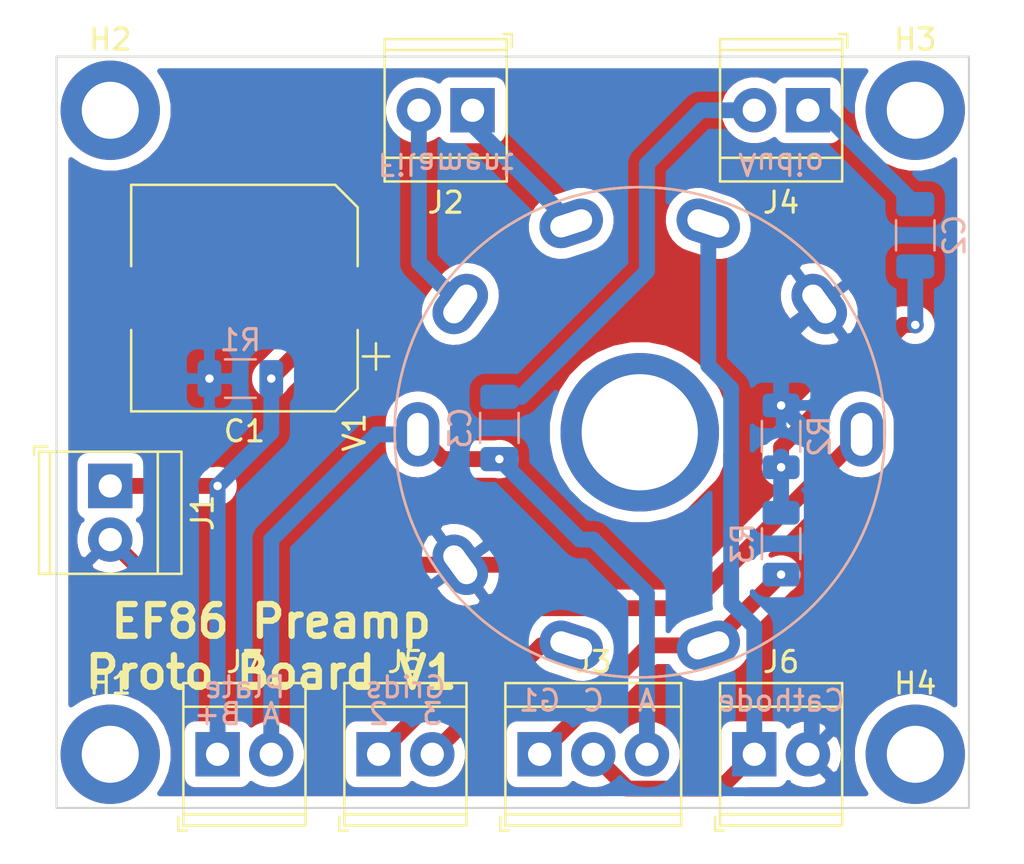
<source format=kicad_pcb>
(kicad_pcb (version 20171130) (host pcbnew 5.1.7-1.fc32)

  (general
    (thickness 1.6)
    (drawings 17)
    (tracks 73)
    (zones 0)
    (modules 18)
    (nets 13)
  )

  (page A4)
  (layers
    (0 F.Cu signal)
    (31 B.Cu signal)
    (32 B.Adhes user)
    (33 F.Adhes user)
    (34 B.Paste user)
    (35 F.Paste user)
    (36 B.SilkS user)
    (37 F.SilkS user)
    (38 B.Mask user)
    (39 F.Mask user)
    (40 Dwgs.User user)
    (41 Cmts.User user)
    (42 Eco1.User user)
    (43 Eco2.User user)
    (44 Edge.Cuts user)
    (45 Margin user)
    (46 B.CrtYd user)
    (47 F.CrtYd user)
    (48 B.Fab user)
    (49 F.Fab user)
  )

  (setup
    (last_trace_width 0.75)
    (trace_clearance 0.2)
    (zone_clearance 0.508)
    (zone_45_only no)
    (trace_min 0.2)
    (via_size 0.8)
    (via_drill 0.4)
    (via_min_size 0.4)
    (via_min_drill 0.3)
    (uvia_size 0.3)
    (uvia_drill 0.1)
    (uvias_allowed no)
    (uvia_min_size 0.2)
    (uvia_min_drill 0.1)
    (edge_width 0.1)
    (segment_width 0.2)
    (pcb_text_width 0.3)
    (pcb_text_size 1.5 1.5)
    (mod_edge_width 0.15)
    (mod_text_size 1 1)
    (mod_text_width 0.15)
    (pad_size 1.524 1.524)
    (pad_drill 0.762)
    (pad_to_mask_clearance 0)
    (aux_axis_origin 0 0)
    (visible_elements FFFFFF7F)
    (pcbplotparams
      (layerselection 0x010fc_ffffffff)
      (usegerberextensions false)
      (usegerberattributes true)
      (usegerberadvancedattributes true)
      (creategerberjobfile true)
      (excludeedgelayer true)
      (linewidth 0.100000)
      (plotframeref false)
      (viasonmask false)
      (mode 1)
      (useauxorigin false)
      (hpglpennumber 1)
      (hpglpenspeed 20)
      (hpglpendiameter 15.000000)
      (psnegative false)
      (psa4output false)
      (plotreference true)
      (plotvalue true)
      (plotinvisibletext false)
      (padsonsilk false)
      (subtractmaskfromsilk false)
      (outputformat 1)
      (mirror false)
      (drillshape 1)
      (scaleselection 1)
      (outputdirectory ""))
  )

  (net 0 "")
  (net 1 Earth)
  (net 2 /B+)
  (net 3 /A_in)
  (net 4 "Net-(C2-Pad1)")
  (net 5 /A)
  (net 6 /A_out)
  (net 7 /f2)
  (net 8 /f1)
  (net 9 /G1)
  (net 10 /C)
  (net 11 /G3)
  (net 12 /G2)

  (net_class Default "This is the default net class."
    (clearance 0.2)
    (trace_width 0.75)
    (via_dia 0.8)
    (via_drill 0.4)
    (uvia_dia 0.3)
    (uvia_drill 0.1)
    (add_net /A)
    (add_net /A_in)
    (add_net /A_out)
    (add_net /B+)
    (add_net /C)
    (add_net /G1)
    (add_net /G2)
    (add_net /G3)
    (add_net /f1)
    (add_net /f2)
    (add_net Earth)
    (add_net "Net-(C2-Pad1)")
  )

  (module VT9-PT:VT9-PT (layer F.Cu) (tedit 5F8D2425) (tstamp 5F8D4156)
    (at 111.76 55.88 90)
    (descr "Valve ECC-83-2 flat pins")
    (tags "Valve ECC-83-2 flat pins")
    (path /5F8D5981)
    (fp_text reference V1 (at 0 -24 90) (layer F.SilkS)
      (effects (font (size 1 1) (thickness 0.15)))
    )
    (fp_text value EF86 (at 0 2.7 90) (layer F.Fab)
      (effects (font (size 1 1) (thickness 0.15)))
    )
    (fp_text user %R (at 0 -18.2 90) (layer F.Fab)
      (effects (font (size 1 1) (thickness 0.15)))
    )
    (fp_circle (center 0 -10.5) (end 11.7 -10.5) (layer F.CrtYd) (width 0.12))
    (fp_circle (center 0 -10.5) (end 11.6 -10.5) (layer F.SilkS) (width 0.12))
    (fp_circle (center 0 -10.5) (end 11.6 -10.5) (layer B.SilkS) (width 0.12))
    (pad 9 thru_hole oval (at -10.086093 -7.255322 108) (size 2.03 3.05) (drill oval 1.02 2.03) (layers *.Cu *.Mask)
      (net 9 /G1))
    (pad 8 thru_hole oval (at -10.086093 -13.744678 72) (size 2.03 3.05) (drill oval 1.02 2.03) (layers *.Cu *.Mask)
      (net 11 /G3))
    (pad 7 thru_hole oval (at -6.271745 -18.994678 36) (size 2.03 3.05) (drill oval 1.02 2.03) (layers *.Cu *.Mask)
      (net 1 Earth))
    (pad 6 thru_hole oval (at -0.1 -21) (size 2.03 3.05) (drill oval 1.02 2.03) (layers *.Cu *.Mask)
      (net 5 /A))
    (pad 5 thru_hole oval (at 6.071745 -18.994678 324) (size 2.03 3.05) (drill oval 1.02 2.03) (layers *.Cu *.Mask)
      (net 7 /f2))
    (pad 4 thru_hole oval (at 9.886093 -13.744678 288) (size 2.03 3.05) (drill oval 1.02 2.03) (layers *.Cu *.Mask)
      (net 8 /f1))
    (pad 3 thru_hole oval (at 9.886093 -7.255322 252) (size 2.03 3.05) (drill oval 1.02 2.03) (layers *.Cu *.Mask)
      (net 10 /C))
    (pad 2 thru_hole oval (at 6.071745 -2.005322 216) (size 2.03 3.05) (drill oval 1.02 2.03) (layers *.Cu *.Mask)
      (net 1 Earth))
    (pad 1 thru_hole oval (at -0.1 0 180) (size 2.03 3.05) (drill oval 1.02 2.03) (layers *.Cu *.Mask)
      (net 12 /G2))
    (pad "" thru_hole circle (at 0 -10.5 90) (size 7.5 7.5) (drill 5.5) (layers *.Cu *.Mask))
    (model ${KIPRJMOD}/VT9-PT.pretty/VT9_PT.wrl
      (at (xyz 0 0 0))
      (scale (xyz 1 1 1))
      (rotate (xyz 0 0 0))
    )
  )

  (module Resistor_SMD:R_1206_3216Metric (layer B.Cu) (tedit 5F68FEEE) (tstamp 5F8D4144)
    (at 107.95 61.1525 270)
    (descr "Resistor SMD 1206 (3216 Metric), square (rectangular) end terminal, IPC_7351 nominal, (Body size source: IPC-SM-782 page 72, https://www.pcb-3d.com/wordpress/wp-content/uploads/ipc-sm-782a_amendment_1_and_2.pdf), generated with kicad-footprint-generator")
    (tags resistor)
    (path /5F9184F4)
    (attr smd)
    (fp_text reference R3 (at 0 1.82 90) (layer B.SilkS)
      (effects (font (size 1 1) (thickness 0.15)) (justify mirror))
    )
    (fp_text value 36K (at 0 -1.82 90) (layer B.Fab)
      (effects (font (size 1 1) (thickness 0.15)) (justify mirror))
    )
    (fp_text user %R (at 0 0 90) (layer B.Fab)
      (effects (font (size 0.8 0.8) (thickness 0.12)) (justify mirror))
    )
    (fp_line (start -1.6 -0.8) (end -1.6 0.8) (layer B.Fab) (width 0.1))
    (fp_line (start -1.6 0.8) (end 1.6 0.8) (layer B.Fab) (width 0.1))
    (fp_line (start 1.6 0.8) (end 1.6 -0.8) (layer B.Fab) (width 0.1))
    (fp_line (start 1.6 -0.8) (end -1.6 -0.8) (layer B.Fab) (width 0.1))
    (fp_line (start -0.727064 0.91) (end 0.727064 0.91) (layer B.SilkS) (width 0.12))
    (fp_line (start -0.727064 -0.91) (end 0.727064 -0.91) (layer B.SilkS) (width 0.12))
    (fp_line (start -2.28 -1.12) (end -2.28 1.12) (layer B.CrtYd) (width 0.05))
    (fp_line (start -2.28 1.12) (end 2.28 1.12) (layer B.CrtYd) (width 0.05))
    (fp_line (start 2.28 1.12) (end 2.28 -1.12) (layer B.CrtYd) (width 0.05))
    (fp_line (start 2.28 -1.12) (end -2.28 -1.12) (layer B.CrtYd) (width 0.05))
    (pad 2 smd roundrect (at 1.4625 0 270) (size 1.125 1.75) (layers B.Cu B.Paste B.Mask) (roundrect_rratio 0.222222)
      (net 9 /G1))
    (pad 1 smd roundrect (at -1.4625 0 270) (size 1.125 1.75) (layers B.Cu B.Paste B.Mask) (roundrect_rratio 0.222222)
      (net 4 "Net-(C2-Pad1)"))
    (model ${KISYS3DMOD}/Resistor_SMD.3dshapes/R_1206_3216Metric.wrl
      (at (xyz 0 0 0))
      (scale (xyz 1 1 1))
      (rotate (xyz 0 0 0))
    )
  )

  (module Resistor_SMD:R_1206_3216Metric (layer B.Cu) (tedit 5F68FEEE) (tstamp 5F8D4133)
    (at 107.95 56.0725 90)
    (descr "Resistor SMD 1206 (3216 Metric), square (rectangular) end terminal, IPC_7351 nominal, (Body size source: IPC-SM-782 page 72, https://www.pcb-3d.com/wordpress/wp-content/uploads/ipc-sm-782a_amendment_1_and_2.pdf), generated with kicad-footprint-generator")
    (tags resistor)
    (path /5F8F3520)
    (attr smd)
    (fp_text reference R2 (at 0 1.82 90) (layer B.SilkS)
      (effects (font (size 1 1) (thickness 0.15)) (justify mirror))
    )
    (fp_text value 1M (at 0 -1.82 90) (layer B.Fab)
      (effects (font (size 1 1) (thickness 0.15)) (justify mirror))
    )
    (fp_text user %R (at 0 0 90) (layer B.Fab)
      (effects (font (size 0.8 0.8) (thickness 0.12)) (justify mirror))
    )
    (fp_line (start -1.6 -0.8) (end -1.6 0.8) (layer B.Fab) (width 0.1))
    (fp_line (start -1.6 0.8) (end 1.6 0.8) (layer B.Fab) (width 0.1))
    (fp_line (start 1.6 0.8) (end 1.6 -0.8) (layer B.Fab) (width 0.1))
    (fp_line (start 1.6 -0.8) (end -1.6 -0.8) (layer B.Fab) (width 0.1))
    (fp_line (start -0.727064 0.91) (end 0.727064 0.91) (layer B.SilkS) (width 0.12))
    (fp_line (start -0.727064 -0.91) (end 0.727064 -0.91) (layer B.SilkS) (width 0.12))
    (fp_line (start -2.28 -1.12) (end -2.28 1.12) (layer B.CrtYd) (width 0.05))
    (fp_line (start -2.28 1.12) (end 2.28 1.12) (layer B.CrtYd) (width 0.05))
    (fp_line (start 2.28 1.12) (end 2.28 -1.12) (layer B.CrtYd) (width 0.05))
    (fp_line (start 2.28 -1.12) (end -2.28 -1.12) (layer B.CrtYd) (width 0.05))
    (pad 2 smd roundrect (at 1.4625 0 90) (size 1.125 1.75) (layers B.Cu B.Paste B.Mask) (roundrect_rratio 0.222222)
      (net 1 Earth))
    (pad 1 smd roundrect (at -1.4625 0 90) (size 1.125 1.75) (layers B.Cu B.Paste B.Mask) (roundrect_rratio 0.222222)
      (net 4 "Net-(C2-Pad1)"))
    (model ${KISYS3DMOD}/Resistor_SMD.3dshapes/R_1206_3216Metric.wrl
      (at (xyz 0 0 0))
      (scale (xyz 1 1 1))
      (rotate (xyz 0 0 0))
    )
  )

  (module Resistor_SMD:R_1206_3216Metric (layer B.Cu) (tedit 5F68FEEE) (tstamp 5F8D53F3)
    (at 82.3575 53.34 180)
    (descr "Resistor SMD 1206 (3216 Metric), square (rectangular) end terminal, IPC_7351 nominal, (Body size source: IPC-SM-782 page 72, https://www.pcb-3d.com/wordpress/wp-content/uploads/ipc-sm-782a_amendment_1_and_2.pdf), generated with kicad-footprint-generator")
    (tags resistor)
    (path /5FA679CD)
    (attr smd)
    (fp_text reference R1 (at 0 1.82) (layer B.SilkS)
      (effects (font (size 1 1) (thickness 0.15)) (justify mirror))
    )
    (fp_text value 2M (at 0 -1.82) (layer B.Fab)
      (effects (font (size 1 1) (thickness 0.15)) (justify mirror))
    )
    (fp_text user %R (at 0 0) (layer B.Fab)
      (effects (font (size 0.8 0.8) (thickness 0.12)) (justify mirror))
    )
    (fp_line (start -1.6 -0.8) (end -1.6 0.8) (layer B.Fab) (width 0.1))
    (fp_line (start -1.6 0.8) (end 1.6 0.8) (layer B.Fab) (width 0.1))
    (fp_line (start 1.6 0.8) (end 1.6 -0.8) (layer B.Fab) (width 0.1))
    (fp_line (start 1.6 -0.8) (end -1.6 -0.8) (layer B.Fab) (width 0.1))
    (fp_line (start -0.727064 0.91) (end 0.727064 0.91) (layer B.SilkS) (width 0.12))
    (fp_line (start -0.727064 -0.91) (end 0.727064 -0.91) (layer B.SilkS) (width 0.12))
    (fp_line (start -2.28 -1.12) (end -2.28 1.12) (layer B.CrtYd) (width 0.05))
    (fp_line (start -2.28 1.12) (end 2.28 1.12) (layer B.CrtYd) (width 0.05))
    (fp_line (start 2.28 1.12) (end 2.28 -1.12) (layer B.CrtYd) (width 0.05))
    (fp_line (start 2.28 -1.12) (end -2.28 -1.12) (layer B.CrtYd) (width 0.05))
    (pad 2 smd roundrect (at 1.4625 0 180) (size 1.125 1.75) (layers B.Cu B.Paste B.Mask) (roundrect_rratio 0.222222)
      (net 1 Earth))
    (pad 1 smd roundrect (at -1.4625 0 180) (size 1.125 1.75) (layers B.Cu B.Paste B.Mask) (roundrect_rratio 0.222222)
      (net 2 /B+))
    (model ${KISYS3DMOD}/Resistor_SMD.3dshapes/R_1206_3216Metric.wrl
      (at (xyz 0 0 0))
      (scale (xyz 1 1 1))
      (rotate (xyz 0 0 0))
    )
  )

  (module VT9-PT:TerminalBlock_1x02_P2.54mm_Horizontal (layer F.Cu) (tedit 5F8D165F) (tstamp 5F8D4111)
    (at 81.28 71.12)
    (descr "Terminal Block TE 282834-2, 2 pins, pitch 2.54mm, size 5.54x6.5mm^2, drill diamater 1.1mm, pad diameter 2.1mm, see http://www.te.com/commerce/DocumentDelivery/DDEController?Action=showdoc&DocId=Customer+Drawing%7F282834%7FC1%7Fpdf%7FEnglish%7FENG_CD_282834_C1.pdf, script-generated using https://github.com/pointhi/kicad-footprint-generator/scripts/TerminalBlock_TE-Connectivity")
    (tags "THT Terminal Block TE 282834-2 pitch 2.54mm size 5.54x6.5mm^2 drill 1.1mm pad 2.1mm")
    (path /5FA106F0)
    (fp_text reference J7 (at 1.27 -4.37) (layer F.SilkS)
      (effects (font (size 1 1) (thickness 0.15)))
    )
    (fp_text value plate (at 1.27 4.37) (layer F.Fab)
      (effects (font (size 1 1) (thickness 0.15)))
    )
    (fp_text user %R (at 1.27 2) (layer F.Fab)
      (effects (font (size 1 1) (thickness 0.15)))
    )
    (fp_line (start 4.54 -3.75) (end -2 -3.75) (layer F.CrtYd) (width 0.05))
    (fp_line (start 4.54 3.75) (end 4.54 -3.75) (layer F.CrtYd) (width 0.05))
    (fp_line (start -2 3.75) (end 4.54 3.75) (layer F.CrtYd) (width 0.05))
    (fp_line (start -2 -3.75) (end -2 3.75) (layer F.CrtYd) (width 0.05))
    (fp_line (start -1.86 3.61) (end -1.46 3.61) (layer F.SilkS) (width 0.12))
    (fp_line (start -1.86 2.97) (end -1.86 3.61) (layer F.SilkS) (width 0.12))
    (fp_line (start 3.241 -0.835) (end 1.706 0.7) (layer F.Fab) (width 0.1))
    (fp_line (start 3.375 -0.7) (end 1.84 0.835) (layer F.Fab) (width 0.1))
    (fp_line (start 0.701 -0.835) (end -0.835 0.7) (layer F.Fab) (width 0.1))
    (fp_line (start 0.835 -0.7) (end -0.701 0.835) (layer F.Fab) (width 0.1))
    (fp_line (start 4.16 -3.37) (end 4.16 3.37) (layer F.SilkS) (width 0.12))
    (fp_line (start -1.62 -3.37) (end -1.62 3.37) (layer F.SilkS) (width 0.12))
    (fp_line (start -1.62 3.37) (end 4.16 3.37) (layer F.SilkS) (width 0.12))
    (fp_line (start -1.62 -3.37) (end 4.16 -3.37) (layer F.SilkS) (width 0.12))
    (fp_line (start -1.62 -2.25) (end 4.16 -2.25) (layer F.SilkS) (width 0.12))
    (fp_line (start -1.5 -2.25) (end 4.04 -2.25) (layer F.Fab) (width 0.1))
    (fp_line (start -1.62 2.85) (end 4.16 2.85) (layer F.SilkS) (width 0.12))
    (fp_line (start -1.5 2.85) (end 4.04 2.85) (layer F.Fab) (width 0.1))
    (fp_line (start -1.5 2.85) (end -1.5 -3.25) (layer F.Fab) (width 0.1))
    (fp_line (start -1.1 3.25) (end -1.5 2.85) (layer F.Fab) (width 0.1))
    (fp_line (start 4.04 3.25) (end -1.1 3.25) (layer F.Fab) (width 0.1))
    (fp_line (start 4.04 -3.25) (end 4.04 3.25) (layer F.Fab) (width 0.1))
    (fp_line (start -1.5 -3.25) (end 4.04 -3.25) (layer F.Fab) (width 0.1))
    (fp_circle (center 2.54 0) (end 3.64 0) (layer F.Fab) (width 0.1))
    (fp_circle (center 0 0) (end 1.1 0) (layer F.Fab) (width 0.1))
    (pad 2 thru_hole circle (at 2.54 0) (size 2.1 2.1) (drill 1.1) (layers *.Cu *.Mask)
      (net 5 /A))
    (pad 1 thru_hole rect (at 0 0) (size 2.1 2.1) (drill 1.1) (layers *.Cu *.Mask)
      (net 2 /B+))
    (model ${KIPRJMOD}/VT9-PT.pretty/OSTVN02A150.wrl
      (offset (xyz -1 -3 0))
      (scale (xyz 0.4 0.4 0.4))
      (rotate (xyz 0 0 0))
    )
  )

  (module VT9-PT:TerminalBlock_1x02_P2.54mm_Horizontal (layer F.Cu) (tedit 5F8D165F) (tstamp 5F8D40F1)
    (at 106.68 71.12)
    (descr "Terminal Block TE 282834-2, 2 pins, pitch 2.54mm, size 5.54x6.5mm^2, drill diamater 1.1mm, pad diameter 2.1mm, see http://www.te.com/commerce/DocumentDelivery/DDEController?Action=showdoc&DocId=Customer+Drawing%7F282834%7FC1%7Fpdf%7FEnglish%7FENG_CD_282834_C1.pdf, script-generated using https://github.com/pointhi/kicad-footprint-generator/scripts/TerminalBlock_TE-Connectivity")
    (tags "THT Terminal Block TE 282834-2 pitch 2.54mm size 5.54x6.5mm^2 drill 1.1mm pad 2.1mm")
    (path /5FA34150)
    (fp_text reference J6 (at 1.27 -4.37) (layer F.SilkS)
      (effects (font (size 1 1) (thickness 0.15)))
    )
    (fp_text value cathode (at 1.27 4.37) (layer F.Fab)
      (effects (font (size 1 1) (thickness 0.15)))
    )
    (fp_text user %R (at 1.27 2) (layer F.Fab)
      (effects (font (size 1 1) (thickness 0.15)))
    )
    (fp_line (start 4.54 -3.75) (end -2 -3.75) (layer F.CrtYd) (width 0.05))
    (fp_line (start 4.54 3.75) (end 4.54 -3.75) (layer F.CrtYd) (width 0.05))
    (fp_line (start -2 3.75) (end 4.54 3.75) (layer F.CrtYd) (width 0.05))
    (fp_line (start -2 -3.75) (end -2 3.75) (layer F.CrtYd) (width 0.05))
    (fp_line (start -1.86 3.61) (end -1.46 3.61) (layer F.SilkS) (width 0.12))
    (fp_line (start -1.86 2.97) (end -1.86 3.61) (layer F.SilkS) (width 0.12))
    (fp_line (start 3.241 -0.835) (end 1.706 0.7) (layer F.Fab) (width 0.1))
    (fp_line (start 3.375 -0.7) (end 1.84 0.835) (layer F.Fab) (width 0.1))
    (fp_line (start 0.701 -0.835) (end -0.835 0.7) (layer F.Fab) (width 0.1))
    (fp_line (start 0.835 -0.7) (end -0.701 0.835) (layer F.Fab) (width 0.1))
    (fp_line (start 4.16 -3.37) (end 4.16 3.37) (layer F.SilkS) (width 0.12))
    (fp_line (start -1.62 -3.37) (end -1.62 3.37) (layer F.SilkS) (width 0.12))
    (fp_line (start -1.62 3.37) (end 4.16 3.37) (layer F.SilkS) (width 0.12))
    (fp_line (start -1.62 -3.37) (end 4.16 -3.37) (layer F.SilkS) (width 0.12))
    (fp_line (start -1.62 -2.25) (end 4.16 -2.25) (layer F.SilkS) (width 0.12))
    (fp_line (start -1.5 -2.25) (end 4.04 -2.25) (layer F.Fab) (width 0.1))
    (fp_line (start -1.62 2.85) (end 4.16 2.85) (layer F.SilkS) (width 0.12))
    (fp_line (start -1.5 2.85) (end 4.04 2.85) (layer F.Fab) (width 0.1))
    (fp_line (start -1.5 2.85) (end -1.5 -3.25) (layer F.Fab) (width 0.1))
    (fp_line (start -1.1 3.25) (end -1.5 2.85) (layer F.Fab) (width 0.1))
    (fp_line (start 4.04 3.25) (end -1.1 3.25) (layer F.Fab) (width 0.1))
    (fp_line (start 4.04 -3.25) (end 4.04 3.25) (layer F.Fab) (width 0.1))
    (fp_line (start -1.5 -3.25) (end 4.04 -3.25) (layer F.Fab) (width 0.1))
    (fp_circle (center 2.54 0) (end 3.64 0) (layer F.Fab) (width 0.1))
    (fp_circle (center 0 0) (end 1.1 0) (layer F.Fab) (width 0.1))
    (pad 2 thru_hole circle (at 2.54 0) (size 2.1 2.1) (drill 1.1) (layers *.Cu *.Mask)
      (net 1 Earth))
    (pad 1 thru_hole rect (at 0 0) (size 2.1 2.1) (drill 1.1) (layers *.Cu *.Mask)
      (net 10 /C))
    (model ${KIPRJMOD}/VT9-PT.pretty/OSTVN02A150.wrl
      (offset (xyz -1 -3 0))
      (scale (xyz 0.4 0.4 0.4))
      (rotate (xyz 0 0 0))
    )
  )

  (module VT9-PT:TerminalBlock_1x02_P2.54mm_Horizontal (layer F.Cu) (tedit 5F8D165F) (tstamp 5F8D40D1)
    (at 88.9 71.12)
    (descr "Terminal Block TE 282834-2, 2 pins, pitch 2.54mm, size 5.54x6.5mm^2, drill diamater 1.1mm, pad diameter 2.1mm, see http://www.te.com/commerce/DocumentDelivery/DDEController?Action=showdoc&DocId=Customer+Drawing%7F282834%7FC1%7Fpdf%7FEnglish%7FENG_CD_282834_C1.pdf, script-generated using https://github.com/pointhi/kicad-footprint-generator/scripts/TerminalBlock_TE-Connectivity")
    (tags "THT Terminal Block TE 282834-2 pitch 2.54mm size 5.54x6.5mm^2 drill 1.1mm pad 2.1mm")
    (path /5F8FCA95)
    (fp_text reference J5 (at 1.27 -4.37) (layer F.SilkS)
      (effects (font (size 1 1) (thickness 0.15)))
    )
    (fp_text value grids (at 1.27 4.37) (layer F.Fab)
      (effects (font (size 1 1) (thickness 0.15)))
    )
    (fp_text user %R (at 1.27 2) (layer F.Fab)
      (effects (font (size 1 1) (thickness 0.15)))
    )
    (fp_line (start 4.54 -3.75) (end -2 -3.75) (layer F.CrtYd) (width 0.05))
    (fp_line (start 4.54 3.75) (end 4.54 -3.75) (layer F.CrtYd) (width 0.05))
    (fp_line (start -2 3.75) (end 4.54 3.75) (layer F.CrtYd) (width 0.05))
    (fp_line (start -2 -3.75) (end -2 3.75) (layer F.CrtYd) (width 0.05))
    (fp_line (start -1.86 3.61) (end -1.46 3.61) (layer F.SilkS) (width 0.12))
    (fp_line (start -1.86 2.97) (end -1.86 3.61) (layer F.SilkS) (width 0.12))
    (fp_line (start 3.241 -0.835) (end 1.706 0.7) (layer F.Fab) (width 0.1))
    (fp_line (start 3.375 -0.7) (end 1.84 0.835) (layer F.Fab) (width 0.1))
    (fp_line (start 0.701 -0.835) (end -0.835 0.7) (layer F.Fab) (width 0.1))
    (fp_line (start 0.835 -0.7) (end -0.701 0.835) (layer F.Fab) (width 0.1))
    (fp_line (start 4.16 -3.37) (end 4.16 3.37) (layer F.SilkS) (width 0.12))
    (fp_line (start -1.62 -3.37) (end -1.62 3.37) (layer F.SilkS) (width 0.12))
    (fp_line (start -1.62 3.37) (end 4.16 3.37) (layer F.SilkS) (width 0.12))
    (fp_line (start -1.62 -3.37) (end 4.16 -3.37) (layer F.SilkS) (width 0.12))
    (fp_line (start -1.62 -2.25) (end 4.16 -2.25) (layer F.SilkS) (width 0.12))
    (fp_line (start -1.5 -2.25) (end 4.04 -2.25) (layer F.Fab) (width 0.1))
    (fp_line (start -1.62 2.85) (end 4.16 2.85) (layer F.SilkS) (width 0.12))
    (fp_line (start -1.5 2.85) (end 4.04 2.85) (layer F.Fab) (width 0.1))
    (fp_line (start -1.5 2.85) (end -1.5 -3.25) (layer F.Fab) (width 0.1))
    (fp_line (start -1.1 3.25) (end -1.5 2.85) (layer F.Fab) (width 0.1))
    (fp_line (start 4.04 3.25) (end -1.1 3.25) (layer F.Fab) (width 0.1))
    (fp_line (start 4.04 -3.25) (end 4.04 3.25) (layer F.Fab) (width 0.1))
    (fp_line (start -1.5 -3.25) (end 4.04 -3.25) (layer F.Fab) (width 0.1))
    (fp_circle (center 2.54 0) (end 3.64 0) (layer F.Fab) (width 0.1))
    (fp_circle (center 0 0) (end 1.1 0) (layer F.Fab) (width 0.1))
    (pad 2 thru_hole circle (at 2.54 0) (size 2.1 2.1) (drill 1.1) (layers *.Cu *.Mask)
      (net 11 /G3))
    (pad 1 thru_hole rect (at 0 0) (size 2.1 2.1) (drill 1.1) (layers *.Cu *.Mask)
      (net 12 /G2))
    (model ${KIPRJMOD}/VT9-PT.pretty/OSTVN02A150.wrl
      (offset (xyz -1 -3 0))
      (scale (xyz 0.4 0.4 0.4))
      (rotate (xyz 0 0 0))
    )
  )

  (module VT9-PT:TerminalBlock_1x02_P2.54mm_Horizontal (layer F.Cu) (tedit 5F8D165F) (tstamp 5F8D51C2)
    (at 109.22 40.64 180)
    (descr "Terminal Block TE 282834-2, 2 pins, pitch 2.54mm, size 5.54x6.5mm^2, drill diamater 1.1mm, pad diameter 2.1mm, see http://www.te.com/commerce/DocumentDelivery/DDEController?Action=showdoc&DocId=Customer+Drawing%7F282834%7FC1%7Fpdf%7FEnglish%7FENG_CD_282834_C1.pdf, script-generated using https://github.com/pointhi/kicad-footprint-generator/scripts/TerminalBlock_TE-Connectivity")
    (tags "THT Terminal Block TE 282834-2 pitch 2.54mm size 5.54x6.5mm^2 drill 1.1mm pad 2.1mm")
    (path /5F99024B)
    (fp_text reference J4 (at 1.27 -4.37) (layer F.SilkS)
      (effects (font (size 1 1) (thickness 0.15)))
    )
    (fp_text value A_audio (at 1.27 4.37) (layer F.Fab)
      (effects (font (size 1 1) (thickness 0.15)))
    )
    (fp_text user %R (at 1.27 2) (layer F.Fab)
      (effects (font (size 1 1) (thickness 0.15)))
    )
    (fp_line (start 4.54 -3.75) (end -2 -3.75) (layer F.CrtYd) (width 0.05))
    (fp_line (start 4.54 3.75) (end 4.54 -3.75) (layer F.CrtYd) (width 0.05))
    (fp_line (start -2 3.75) (end 4.54 3.75) (layer F.CrtYd) (width 0.05))
    (fp_line (start -2 -3.75) (end -2 3.75) (layer F.CrtYd) (width 0.05))
    (fp_line (start -1.86 3.61) (end -1.46 3.61) (layer F.SilkS) (width 0.12))
    (fp_line (start -1.86 2.97) (end -1.86 3.61) (layer F.SilkS) (width 0.12))
    (fp_line (start 3.241 -0.835) (end 1.706 0.7) (layer F.Fab) (width 0.1))
    (fp_line (start 3.375 -0.7) (end 1.84 0.835) (layer F.Fab) (width 0.1))
    (fp_line (start 0.701 -0.835) (end -0.835 0.7) (layer F.Fab) (width 0.1))
    (fp_line (start 0.835 -0.7) (end -0.701 0.835) (layer F.Fab) (width 0.1))
    (fp_line (start 4.16 -3.37) (end 4.16 3.37) (layer F.SilkS) (width 0.12))
    (fp_line (start -1.62 -3.37) (end -1.62 3.37) (layer F.SilkS) (width 0.12))
    (fp_line (start -1.62 3.37) (end 4.16 3.37) (layer F.SilkS) (width 0.12))
    (fp_line (start -1.62 -3.37) (end 4.16 -3.37) (layer F.SilkS) (width 0.12))
    (fp_line (start -1.62 -2.25) (end 4.16 -2.25) (layer F.SilkS) (width 0.12))
    (fp_line (start -1.5 -2.25) (end 4.04 -2.25) (layer F.Fab) (width 0.1))
    (fp_line (start -1.62 2.85) (end 4.16 2.85) (layer F.SilkS) (width 0.12))
    (fp_line (start -1.5 2.85) (end 4.04 2.85) (layer F.Fab) (width 0.1))
    (fp_line (start -1.5 2.85) (end -1.5 -3.25) (layer F.Fab) (width 0.1))
    (fp_line (start -1.1 3.25) (end -1.5 2.85) (layer F.Fab) (width 0.1))
    (fp_line (start 4.04 3.25) (end -1.1 3.25) (layer F.Fab) (width 0.1))
    (fp_line (start 4.04 -3.25) (end 4.04 3.25) (layer F.Fab) (width 0.1))
    (fp_line (start -1.5 -3.25) (end 4.04 -3.25) (layer F.Fab) (width 0.1))
    (fp_circle (center 2.54 0) (end 3.64 0) (layer F.Fab) (width 0.1))
    (fp_circle (center 0 0) (end 1.1 0) (layer F.Fab) (width 0.1))
    (pad 2 thru_hole circle (at 2.54 0 180) (size 2.1 2.1) (drill 1.1) (layers *.Cu *.Mask)
      (net 6 /A_out))
    (pad 1 thru_hole rect (at 0 0 180) (size 2.1 2.1) (drill 1.1) (layers *.Cu *.Mask)
      (net 3 /A_in))
    (model ${KIPRJMOD}/VT9-PT.pretty/OSTVN02A150.wrl
      (offset (xyz -1 -3 0))
      (scale (xyz 0.4 0.4 0.4))
      (rotate (xyz 0 0 0))
    )
  )

  (module VT9-PT:TerminalBlock_1x03_P2.54mm_Horizontal (layer F.Cu) (tedit 5F8D1695) (tstamp 5F8D5965)
    (at 96.52 71.12)
    (descr "Terminal Block TE 282834-3, 3 pins, pitch 2.54mm, size 8.08x6.5mm^2, drill diamater 1.1mm, pad diameter 2.1mm, see http://www.te.com/commerce/DocumentDelivery/DDEController?Action=showdoc&DocId=Customer+Drawing%7F282834%7FC1%7Fpdf%7FEnglish%7FENG_CD_282834_C1.pdf, script-generated using https://github.com/pointhi/kicad-footprint-generator/scripts/TerminalBlock_TE-Connectivity")
    (tags "THT Terminal Block TE 282834-3 pitch 2.54mm size 8.08x6.5mm^2 drill 1.1mm pad 2.1mm")
    (path /5F8D868C)
    (fp_text reference J3 (at 2.54 -4.37) (layer F.SilkS)
      (effects (font (size 1 1) (thickness 0.15)))
    )
    (fp_text value A (at 2.54 4.37) (layer F.Fab)
      (effects (font (size 1 1) (thickness 0.15)))
    )
    (fp_text user %R (at 2.54 2) (layer F.Fab)
      (effects (font (size 1 1) (thickness 0.15)))
    )
    (fp_circle (center 0 0) (end 1.1 0) (layer F.Fab) (width 0.1))
    (fp_circle (center 2.54 0) (end 3.64 0) (layer F.Fab) (width 0.1))
    (fp_circle (center 5.08 0) (end 6.18 0) (layer F.Fab) (width 0.1))
    (fp_line (start -1.5 -3.25) (end 6.58 -3.25) (layer F.Fab) (width 0.1))
    (fp_line (start 6.58 -3.25) (end 6.58 3.25) (layer F.Fab) (width 0.1))
    (fp_line (start 6.58 3.25) (end -1.1 3.25) (layer F.Fab) (width 0.1))
    (fp_line (start -1.1 3.25) (end -1.5 2.85) (layer F.Fab) (width 0.1))
    (fp_line (start -1.5 2.85) (end -1.5 -3.25) (layer F.Fab) (width 0.1))
    (fp_line (start -1.5 2.85) (end 6.58 2.85) (layer F.Fab) (width 0.1))
    (fp_line (start -1.62 2.85) (end 6.7 2.85) (layer F.SilkS) (width 0.12))
    (fp_line (start -1.5 -2.25) (end 6.58 -2.25) (layer F.Fab) (width 0.1))
    (fp_line (start -1.62 -2.25) (end 6.7 -2.25) (layer F.SilkS) (width 0.12))
    (fp_line (start -1.62 -3.37) (end 6.7 -3.37) (layer F.SilkS) (width 0.12))
    (fp_line (start -1.62 3.37) (end 6.7 3.37) (layer F.SilkS) (width 0.12))
    (fp_line (start -1.62 -3.37) (end -1.62 3.37) (layer F.SilkS) (width 0.12))
    (fp_line (start 6.7 -3.37) (end 6.7 3.37) (layer F.SilkS) (width 0.12))
    (fp_line (start 0.835 -0.7) (end -0.701 0.835) (layer F.Fab) (width 0.1))
    (fp_line (start 0.701 -0.835) (end -0.835 0.7) (layer F.Fab) (width 0.1))
    (fp_line (start 3.375 -0.7) (end 1.84 0.835) (layer F.Fab) (width 0.1))
    (fp_line (start 3.241 -0.835) (end 1.706 0.7) (layer F.Fab) (width 0.1))
    (fp_line (start 5.915 -0.7) (end 4.38 0.835) (layer F.Fab) (width 0.1))
    (fp_line (start 5.781 -0.835) (end 4.246 0.7) (layer F.Fab) (width 0.1))
    (fp_line (start -1.86 2.97) (end -1.86 3.61) (layer F.SilkS) (width 0.12))
    (fp_line (start -1.86 3.61) (end -1.46 3.61) (layer F.SilkS) (width 0.12))
    (fp_line (start -2 -3.75) (end -2 3.75) (layer F.CrtYd) (width 0.05))
    (fp_line (start -2 3.75) (end 7.08 3.75) (layer F.CrtYd) (width 0.05))
    (fp_line (start 7.08 3.75) (end 7.08 -3.75) (layer F.CrtYd) (width 0.05))
    (fp_line (start 7.08 -3.75) (end -2 -3.75) (layer F.CrtYd) (width 0.05))
    (pad 1 thru_hole rect (at 0 0) (size 2.1 2.1) (drill 1.1) (layers *.Cu *.Mask)
      (net 9 /G1))
    (pad 2 thru_hole circle (at 2.54 0) (size 2.1 2.1) (drill 1.1) (layers *.Cu *.Mask)
      (net 10 /C))
    (pad 3 thru_hole circle (at 5.08 0) (size 2.1 2.1) (drill 1.1) (layers *.Cu *.Mask)
      (net 5 /A))
    (model ${KIPRJMOD}/VT9-PT.pretty/OSTVN03A150.wrl
      (offset (xyz -1 -4 0))
      (scale (xyz 0.4 0.4 0.4))
      (rotate (xyz 0 0 0))
    )
  )

  (module VT9-PT:TerminalBlock_1x02_P2.54mm_Horizontal (layer F.Cu) (tedit 5F8D165F) (tstamp 5F8D4F3B)
    (at 93.345 40.64 180)
    (descr "Terminal Block TE 282834-2, 2 pins, pitch 2.54mm, size 5.54x6.5mm^2, drill diamater 1.1mm, pad diameter 2.1mm, see http://www.te.com/commerce/DocumentDelivery/DDEController?Action=showdoc&DocId=Customer+Drawing%7F282834%7FC1%7Fpdf%7FEnglish%7FENG_CD_282834_C1.pdf, script-generated using https://github.com/pointhi/kicad-footprint-generator/scripts/TerminalBlock_TE-Connectivity")
    (tags "THT Terminal Block TE 282834-2 pitch 2.54mm size 5.54x6.5mm^2 drill 1.1mm pad 2.1mm")
    (path /5F945AC4)
    (fp_text reference J2 (at 1.27 -4.37) (layer F.SilkS)
      (effects (font (size 1 1) (thickness 0.15)))
    )
    (fp_text value Filament (at 1.27 4.37) (layer F.Fab)
      (effects (font (size 1 1) (thickness 0.15)))
    )
    (fp_text user %R (at 1.27 2) (layer F.Fab)
      (effects (font (size 1 1) (thickness 0.15)))
    )
    (fp_line (start 4.54 -3.75) (end -2 -3.75) (layer F.CrtYd) (width 0.05))
    (fp_line (start 4.54 3.75) (end 4.54 -3.75) (layer F.CrtYd) (width 0.05))
    (fp_line (start -2 3.75) (end 4.54 3.75) (layer F.CrtYd) (width 0.05))
    (fp_line (start -2 -3.75) (end -2 3.75) (layer F.CrtYd) (width 0.05))
    (fp_line (start -1.86 3.61) (end -1.46 3.61) (layer F.SilkS) (width 0.12))
    (fp_line (start -1.86 2.97) (end -1.86 3.61) (layer F.SilkS) (width 0.12))
    (fp_line (start 3.241 -0.835) (end 1.706 0.7) (layer F.Fab) (width 0.1))
    (fp_line (start 3.375 -0.7) (end 1.84 0.835) (layer F.Fab) (width 0.1))
    (fp_line (start 0.701 -0.835) (end -0.835 0.7) (layer F.Fab) (width 0.1))
    (fp_line (start 0.835 -0.7) (end -0.701 0.835) (layer F.Fab) (width 0.1))
    (fp_line (start 4.16 -3.37) (end 4.16 3.37) (layer F.SilkS) (width 0.12))
    (fp_line (start -1.62 -3.37) (end -1.62 3.37) (layer F.SilkS) (width 0.12))
    (fp_line (start -1.62 3.37) (end 4.16 3.37) (layer F.SilkS) (width 0.12))
    (fp_line (start -1.62 -3.37) (end 4.16 -3.37) (layer F.SilkS) (width 0.12))
    (fp_line (start -1.62 -2.25) (end 4.16 -2.25) (layer F.SilkS) (width 0.12))
    (fp_line (start -1.5 -2.25) (end 4.04 -2.25) (layer F.Fab) (width 0.1))
    (fp_line (start -1.62 2.85) (end 4.16 2.85) (layer F.SilkS) (width 0.12))
    (fp_line (start -1.5 2.85) (end 4.04 2.85) (layer F.Fab) (width 0.1))
    (fp_line (start -1.5 2.85) (end -1.5 -3.25) (layer F.Fab) (width 0.1))
    (fp_line (start -1.1 3.25) (end -1.5 2.85) (layer F.Fab) (width 0.1))
    (fp_line (start 4.04 3.25) (end -1.1 3.25) (layer F.Fab) (width 0.1))
    (fp_line (start 4.04 -3.25) (end 4.04 3.25) (layer F.Fab) (width 0.1))
    (fp_line (start -1.5 -3.25) (end 4.04 -3.25) (layer F.Fab) (width 0.1))
    (fp_circle (center 2.54 0) (end 3.64 0) (layer F.Fab) (width 0.1))
    (fp_circle (center 0 0) (end 1.1 0) (layer F.Fab) (width 0.1))
    (pad 2 thru_hole circle (at 2.54 0 180) (size 2.1 2.1) (drill 1.1) (layers *.Cu *.Mask)
      (net 7 /f2))
    (pad 1 thru_hole rect (at 0 0 180) (size 2.1 2.1) (drill 1.1) (layers *.Cu *.Mask)
      (net 8 /f1))
    (model ${KIPRJMOD}/VT9-PT.pretty/OSTVN02A150.wrl
      (offset (xyz -1 -3 0))
      (scale (xyz 0.4 0.4 0.4))
      (rotate (xyz 0 0 0))
    )
  )

  (module VT9-PT:TerminalBlock_1x02_P2.54mm_Horizontal (layer F.Cu) (tedit 5F8D165F) (tstamp 5F8D50BA)
    (at 76.2 58.42 270)
    (descr "Terminal Block TE 282834-2, 2 pins, pitch 2.54mm, size 5.54x6.5mm^2, drill diamater 1.1mm, pad diameter 2.1mm, see http://www.te.com/commerce/DocumentDelivery/DDEController?Action=showdoc&DocId=Customer+Drawing%7F282834%7FC1%7Fpdf%7FEnglish%7FENG_CD_282834_C1.pdf, script-generated using https://github.com/pointhi/kicad-footprint-generator/scripts/TerminalBlock_TE-Connectivity")
    (tags "THT Terminal Block TE 282834-2 pitch 2.54mm size 5.54x6.5mm^2 drill 1.1mm pad 2.1mm")
    (path /5F954E00)
    (fp_text reference J1 (at 1.27 -4.37 90) (layer F.SilkS)
      (effects (font (size 1 1) (thickness 0.15)))
    )
    (fp_text value Power (at 1.27 4.37 90) (layer F.Fab)
      (effects (font (size 1 1) (thickness 0.15)))
    )
    (fp_text user %R (at 1.27 2 90) (layer F.Fab)
      (effects (font (size 1 1) (thickness 0.15)))
    )
    (fp_line (start 4.54 -3.75) (end -2 -3.75) (layer F.CrtYd) (width 0.05))
    (fp_line (start 4.54 3.75) (end 4.54 -3.75) (layer F.CrtYd) (width 0.05))
    (fp_line (start -2 3.75) (end 4.54 3.75) (layer F.CrtYd) (width 0.05))
    (fp_line (start -2 -3.75) (end -2 3.75) (layer F.CrtYd) (width 0.05))
    (fp_line (start -1.86 3.61) (end -1.46 3.61) (layer F.SilkS) (width 0.12))
    (fp_line (start -1.86 2.97) (end -1.86 3.61) (layer F.SilkS) (width 0.12))
    (fp_line (start 3.241 -0.835) (end 1.706 0.7) (layer F.Fab) (width 0.1))
    (fp_line (start 3.375 -0.7) (end 1.84 0.835) (layer F.Fab) (width 0.1))
    (fp_line (start 0.701 -0.835) (end -0.835 0.7) (layer F.Fab) (width 0.1))
    (fp_line (start 0.835 -0.7) (end -0.701 0.835) (layer F.Fab) (width 0.1))
    (fp_line (start 4.16 -3.37) (end 4.16 3.37) (layer F.SilkS) (width 0.12))
    (fp_line (start -1.62 -3.37) (end -1.62 3.37) (layer F.SilkS) (width 0.12))
    (fp_line (start -1.62 3.37) (end 4.16 3.37) (layer F.SilkS) (width 0.12))
    (fp_line (start -1.62 -3.37) (end 4.16 -3.37) (layer F.SilkS) (width 0.12))
    (fp_line (start -1.62 -2.25) (end 4.16 -2.25) (layer F.SilkS) (width 0.12))
    (fp_line (start -1.5 -2.25) (end 4.04 -2.25) (layer F.Fab) (width 0.1))
    (fp_line (start -1.62 2.85) (end 4.16 2.85) (layer F.SilkS) (width 0.12))
    (fp_line (start -1.5 2.85) (end 4.04 2.85) (layer F.Fab) (width 0.1))
    (fp_line (start -1.5 2.85) (end -1.5 -3.25) (layer F.Fab) (width 0.1))
    (fp_line (start -1.1 3.25) (end -1.5 2.85) (layer F.Fab) (width 0.1))
    (fp_line (start 4.04 3.25) (end -1.1 3.25) (layer F.Fab) (width 0.1))
    (fp_line (start 4.04 -3.25) (end 4.04 3.25) (layer F.Fab) (width 0.1))
    (fp_line (start -1.5 -3.25) (end 4.04 -3.25) (layer F.Fab) (width 0.1))
    (fp_circle (center 2.54 0) (end 3.64 0) (layer F.Fab) (width 0.1))
    (fp_circle (center 0 0) (end 1.1 0) (layer F.Fab) (width 0.1))
    (pad 2 thru_hole circle (at 2.54 0 270) (size 2.1 2.1) (drill 1.1) (layers *.Cu *.Mask)
      (net 1 Earth))
    (pad 1 thru_hole rect (at 0 0 270) (size 2.1 2.1) (drill 1.1) (layers *.Cu *.Mask)
      (net 2 /B+))
    (model ${KIPRJMOD}/VT9-PT.pretty/OSTVN02A150.wrl
      (offset (xyz -1 -3 0))
      (scale (xyz 0.4 0.4 0.4))
      (rotate (xyz 0 0 0))
    )
  )

  (module MountingHole:MountingHole_2.7mm_M2.5_DIN965_Pad (layer F.Cu) (tedit 56D1B4CB) (tstamp 5F8D402D)
    (at 114.3 71.12)
    (descr "Mounting Hole 2.7mm, M2.5, DIN965")
    (tags "mounting hole 2.7mm m2.5 din965")
    (path /5F8EAC21)
    (attr virtual)
    (fp_text reference H4 (at 0 -3.35) (layer F.SilkS)
      (effects (font (size 1 1) (thickness 0.15)))
    )
    (fp_text value MountingHole (at 0 3.35) (layer F.Fab)
      (effects (font (size 1 1) (thickness 0.15)))
    )
    (fp_text user %R (at 0.3 0) (layer F.Fab)
      (effects (font (size 1 1) (thickness 0.15)))
    )
    (fp_circle (center 0 0) (end 2.35 0) (layer Cmts.User) (width 0.15))
    (fp_circle (center 0 0) (end 2.6 0) (layer F.CrtYd) (width 0.05))
    (pad 1 thru_hole circle (at 0 0) (size 4.7 4.7) (drill 2.7) (layers *.Cu *.Mask))
  )

  (module MountingHole:MountingHole_2.7mm_M2.5_DIN965_Pad (layer F.Cu) (tedit 56D1B4CB) (tstamp 5F8D4025)
    (at 114.3 40.64)
    (descr "Mounting Hole 2.7mm, M2.5, DIN965")
    (tags "mounting hole 2.7mm m2.5 din965")
    (path /5F8EAB17)
    (attr virtual)
    (fp_text reference H3 (at 0 -3.35) (layer F.SilkS)
      (effects (font (size 1 1) (thickness 0.15)))
    )
    (fp_text value MountingHole (at 0 3.35) (layer F.Fab)
      (effects (font (size 1 1) (thickness 0.15)))
    )
    (fp_text user %R (at 0.3 0) (layer F.Fab)
      (effects (font (size 1 1) (thickness 0.15)))
    )
    (fp_circle (center 0 0) (end 2.35 0) (layer Cmts.User) (width 0.15))
    (fp_circle (center 0 0) (end 2.6 0) (layer F.CrtYd) (width 0.05))
    (pad 1 thru_hole circle (at 0 0) (size 4.7 4.7) (drill 2.7) (layers *.Cu *.Mask))
  )

  (module MountingHole:MountingHole_2.7mm_M2.5_DIN965_Pad (layer F.Cu) (tedit 56D1B4CB) (tstamp 5F8D533E)
    (at 76.2 40.64)
    (descr "Mounting Hole 2.7mm, M2.5, DIN965")
    (tags "mounting hole 2.7mm m2.5 din965")
    (path /5F8E883A)
    (attr virtual)
    (fp_text reference H2 (at 0 -3.35) (layer F.SilkS)
      (effects (font (size 1 1) (thickness 0.15)))
    )
    (fp_text value MountingHole (at 0 3.35) (layer F.Fab)
      (effects (font (size 1 1) (thickness 0.15)))
    )
    (fp_text user %R (at 0.3 0) (layer F.Fab)
      (effects (font (size 1 1) (thickness 0.15)))
    )
    (fp_circle (center 0 0) (end 2.35 0) (layer Cmts.User) (width 0.15))
    (fp_circle (center 0 0) (end 2.6 0) (layer F.CrtYd) (width 0.05))
    (pad 1 thru_hole circle (at 0 0) (size 4.7 4.7) (drill 2.7) (layers *.Cu *.Mask))
  )

  (module MountingHole:MountingHole_2.7mm_M2.5_DIN965_Pad (layer F.Cu) (tedit 56D1B4CB) (tstamp 5F8D4015)
    (at 76.2 71.12)
    (descr "Mounting Hole 2.7mm, M2.5, DIN965")
    (tags "mounting hole 2.7mm m2.5 din965")
    (path /5F8E7174)
    (attr virtual)
    (fp_text reference H1 (at 0 -3.35) (layer F.SilkS)
      (effects (font (size 1 1) (thickness 0.15)))
    )
    (fp_text value MountingHole (at 0 3.35) (layer F.Fab)
      (effects (font (size 1 1) (thickness 0.15)))
    )
    (fp_text user %R (at 0.3 0) (layer F.Fab)
      (effects (font (size 1 1) (thickness 0.15)))
    )
    (fp_circle (center 0 0) (end 2.35 0) (layer Cmts.User) (width 0.15))
    (fp_circle (center 0 0) (end 2.6 0) (layer F.CrtYd) (width 0.05))
    (pad 1 thru_hole circle (at 0 0) (size 4.7 4.7) (drill 2.7) (layers *.Cu *.Mask))
  )

  (module Capacitor_SMD:C_1206_3216Metric (layer B.Cu) (tedit 5F68FEEE) (tstamp 5F8D400D)
    (at 94.615 55.675 270)
    (descr "Capacitor SMD 1206 (3216 Metric), square (rectangular) end terminal, IPC_7351 nominal, (Body size source: IPC-SM-782 page 76, https://www.pcb-3d.com/wordpress/wp-content/uploads/ipc-sm-782a_amendment_1_and_2.pdf), generated with kicad-footprint-generator")
    (tags capacitor)
    (path /5F9A392B)
    (attr smd)
    (fp_text reference C3 (at 0 1.85 90) (layer B.SilkS)
      (effects (font (size 1 1) (thickness 0.15)) (justify mirror))
    )
    (fp_text value 0.022uF (at 0 -1.85 90) (layer B.Fab)
      (effects (font (size 1 1) (thickness 0.15)) (justify mirror))
    )
    (fp_text user %R (at 0 0 90) (layer B.Fab)
      (effects (font (size 0.8 0.8) (thickness 0.12)) (justify mirror))
    )
    (fp_line (start -1.6 -0.8) (end -1.6 0.8) (layer B.Fab) (width 0.1))
    (fp_line (start -1.6 0.8) (end 1.6 0.8) (layer B.Fab) (width 0.1))
    (fp_line (start 1.6 0.8) (end 1.6 -0.8) (layer B.Fab) (width 0.1))
    (fp_line (start 1.6 -0.8) (end -1.6 -0.8) (layer B.Fab) (width 0.1))
    (fp_line (start -0.711252 0.91) (end 0.711252 0.91) (layer B.SilkS) (width 0.12))
    (fp_line (start -0.711252 -0.91) (end 0.711252 -0.91) (layer B.SilkS) (width 0.12))
    (fp_line (start -2.3 -1.15) (end -2.3 1.15) (layer B.CrtYd) (width 0.05))
    (fp_line (start -2.3 1.15) (end 2.3 1.15) (layer B.CrtYd) (width 0.05))
    (fp_line (start 2.3 1.15) (end 2.3 -1.15) (layer B.CrtYd) (width 0.05))
    (fp_line (start 2.3 -1.15) (end -2.3 -1.15) (layer B.CrtYd) (width 0.05))
    (pad 2 smd roundrect (at 1.475 0 270) (size 1.15 1.8) (layers B.Cu B.Paste B.Mask) (roundrect_rratio 0.217391)
      (net 5 /A))
    (pad 1 smd roundrect (at -1.475 0 270) (size 1.15 1.8) (layers B.Cu B.Paste B.Mask) (roundrect_rratio 0.217391)
      (net 6 /A_out))
    (model ${KISYS3DMOD}/Capacitor_SMD.3dshapes/C_1206_3216Metric.wrl
      (at (xyz 0 0 0))
      (scale (xyz 1 1 1))
      (rotate (xyz 0 0 0))
    )
  )

  (module Capacitor_SMD:C_1206_3216Metric (layer B.Cu) (tedit 5F68FEEE) (tstamp 5F8D3FFC)
    (at 114.3 46.56 90)
    (descr "Capacitor SMD 1206 (3216 Metric), square (rectangular) end terminal, IPC_7351 nominal, (Body size source: IPC-SM-782 page 76, https://www.pcb-3d.com/wordpress/wp-content/uploads/ipc-sm-782a_amendment_1_and_2.pdf), generated with kicad-footprint-generator")
    (tags capacitor)
    (path /5F9661B9)
    (attr smd)
    (fp_text reference C2 (at 0 1.85 90) (layer B.SilkS)
      (effects (font (size 1 1) (thickness 0.15)) (justify mirror))
    )
    (fp_text value 0.022uF (at 0 -1.85 90) (layer B.Fab)
      (effects (font (size 1 1) (thickness 0.15)) (justify mirror))
    )
    (fp_text user %R (at 0 0 90) (layer B.Fab)
      (effects (font (size 0.8 0.8) (thickness 0.12)) (justify mirror))
    )
    (fp_line (start -1.6 -0.8) (end -1.6 0.8) (layer B.Fab) (width 0.1))
    (fp_line (start -1.6 0.8) (end 1.6 0.8) (layer B.Fab) (width 0.1))
    (fp_line (start 1.6 0.8) (end 1.6 -0.8) (layer B.Fab) (width 0.1))
    (fp_line (start 1.6 -0.8) (end -1.6 -0.8) (layer B.Fab) (width 0.1))
    (fp_line (start -0.711252 0.91) (end 0.711252 0.91) (layer B.SilkS) (width 0.12))
    (fp_line (start -0.711252 -0.91) (end 0.711252 -0.91) (layer B.SilkS) (width 0.12))
    (fp_line (start -2.3 -1.15) (end -2.3 1.15) (layer B.CrtYd) (width 0.05))
    (fp_line (start -2.3 1.15) (end 2.3 1.15) (layer B.CrtYd) (width 0.05))
    (fp_line (start 2.3 1.15) (end 2.3 -1.15) (layer B.CrtYd) (width 0.05))
    (fp_line (start 2.3 -1.15) (end -2.3 -1.15) (layer B.CrtYd) (width 0.05))
    (pad 2 smd roundrect (at 1.475 0 90) (size 1.15 1.8) (layers B.Cu B.Paste B.Mask) (roundrect_rratio 0.217391)
      (net 3 /A_in))
    (pad 1 smd roundrect (at -1.475 0 90) (size 1.15 1.8) (layers B.Cu B.Paste B.Mask) (roundrect_rratio 0.217391)
      (net 4 "Net-(C2-Pad1)"))
    (model ${KISYS3DMOD}/Capacitor_SMD.3dshapes/C_1206_3216Metric.wrl
      (at (xyz 0 0 0))
      (scale (xyz 1 1 1))
      (rotate (xyz 0 0 0))
    )
  )

  (module Capacitor_SMD:CP_Elec_10x10.5 (layer F.Cu) (tedit 5BCA39D1) (tstamp 5F8D3FEB)
    (at 82.55 49.53 180)
    (descr "SMD capacitor, aluminum electrolytic, Vishay 1010, 10.0x10.5mm, http://www.vishay.com/docs/28395/150crz.pdf")
    (tags "capacitor electrolytic")
    (path /5F977217)
    (attr smd)
    (fp_text reference C1 (at 0 -6.3) (layer F.SilkS)
      (effects (font (size 1 1) (thickness 0.15)))
    )
    (fp_text value 10uF (at 0 6.3) (layer F.Fab)
      (effects (font (size 1 1) (thickness 0.15)))
    )
    (fp_text user %R (at 0 0) (layer F.Fab)
      (effects (font (size 1 1) (thickness 0.15)))
    )
    (fp_circle (center 0 0) (end 5 0) (layer F.Fab) (width 0.1))
    (fp_line (start 5.25 -5.25) (end 5.25 5.25) (layer F.Fab) (width 0.1))
    (fp_line (start -4.25 -5.25) (end 5.25 -5.25) (layer F.Fab) (width 0.1))
    (fp_line (start -4.25 5.25) (end 5.25 5.25) (layer F.Fab) (width 0.1))
    (fp_line (start -5.25 -4.25) (end -5.25 4.25) (layer F.Fab) (width 0.1))
    (fp_line (start -5.25 -4.25) (end -4.25 -5.25) (layer F.Fab) (width 0.1))
    (fp_line (start -5.25 4.25) (end -4.25 5.25) (layer F.Fab) (width 0.1))
    (fp_line (start -4.558325 -1.7) (end -3.558325 -1.7) (layer F.Fab) (width 0.1))
    (fp_line (start -4.058325 -2.2) (end -4.058325 -1.2) (layer F.Fab) (width 0.1))
    (fp_line (start 5.36 5.36) (end 5.36 1.51) (layer F.SilkS) (width 0.12))
    (fp_line (start 5.36 -5.36) (end 5.36 -1.51) (layer F.SilkS) (width 0.12))
    (fp_line (start -4.295563 -5.36) (end 5.36 -5.36) (layer F.SilkS) (width 0.12))
    (fp_line (start -4.295563 5.36) (end 5.36 5.36) (layer F.SilkS) (width 0.12))
    (fp_line (start -5.36 4.295563) (end -5.36 1.51) (layer F.SilkS) (width 0.12))
    (fp_line (start -5.36 -4.295563) (end -5.36 -1.51) (layer F.SilkS) (width 0.12))
    (fp_line (start -5.36 -4.295563) (end -4.295563 -5.36) (layer F.SilkS) (width 0.12))
    (fp_line (start -5.36 4.295563) (end -4.295563 5.36) (layer F.SilkS) (width 0.12))
    (fp_line (start -6.85 -2.76) (end -5.6 -2.76) (layer F.SilkS) (width 0.12))
    (fp_line (start -6.225 -3.385) (end -6.225 -2.135) (layer F.SilkS) (width 0.12))
    (fp_line (start 5.5 -5.5) (end 5.5 -1.5) (layer F.CrtYd) (width 0.05))
    (fp_line (start 5.5 -1.5) (end 6.65 -1.5) (layer F.CrtYd) (width 0.05))
    (fp_line (start 6.65 -1.5) (end 6.65 1.5) (layer F.CrtYd) (width 0.05))
    (fp_line (start 6.65 1.5) (end 5.5 1.5) (layer F.CrtYd) (width 0.05))
    (fp_line (start 5.5 1.5) (end 5.5 5.5) (layer F.CrtYd) (width 0.05))
    (fp_line (start -4.35 5.5) (end 5.5 5.5) (layer F.CrtYd) (width 0.05))
    (fp_line (start -4.35 -5.5) (end 5.5 -5.5) (layer F.CrtYd) (width 0.05))
    (fp_line (start -5.5 4.35) (end -4.35 5.5) (layer F.CrtYd) (width 0.05))
    (fp_line (start -5.5 -4.35) (end -4.35 -5.5) (layer F.CrtYd) (width 0.05))
    (fp_line (start -5.5 -4.35) (end -5.5 -1.5) (layer F.CrtYd) (width 0.05))
    (fp_line (start -5.5 1.5) (end -5.5 4.35) (layer F.CrtYd) (width 0.05))
    (fp_line (start -5.5 -1.5) (end -6.65 -1.5) (layer F.CrtYd) (width 0.05))
    (fp_line (start -6.65 -1.5) (end -6.65 1.5) (layer F.CrtYd) (width 0.05))
    (fp_line (start -6.65 1.5) (end -5.5 1.5) (layer F.CrtYd) (width 0.05))
    (pad 2 smd roundrect (at 4.2 0 180) (size 4.4 2.5) (layers F.Cu F.Paste F.Mask) (roundrect_rratio 0.1)
      (net 1 Earth))
    (pad 1 smd roundrect (at -4.2 0 180) (size 4.4 2.5) (layers F.Cu F.Paste F.Mask) (roundrect_rratio 0.1)
      (net 2 /B+))
    (model ${KISYS3DMOD}/Capacitor_SMD.3dshapes/CP_Elec_10x10.5.wrl
      (at (xyz 0 0 0))
      (scale (xyz 1 1 1))
      (rotate (xyz 0 0 0))
    )
  )

  (gr_text Filament (at 92.075 43.18 180) (layer B.SilkS)
    (effects (font (size 1 1) (thickness 0.15)) (justify mirror))
  )
  (gr_text Audio (at 107.95 43.18 180) (layer B.SilkS)
    (effects (font (size 1 1) (thickness 0.15)) (justify mirror))
  )
  (gr_text Cathode (at 107.95 68.58) (layer B.SilkS)
    (effects (font (size 1 1) (thickness 0.15)) (justify mirror))
  )
  (gr_text A (at 101.6 68.58) (layer B.SilkS)
    (effects (font (size 1 1) (thickness 0.15)) (justify mirror))
  )
  (gr_text C (at 99.06 68.58) (layer B.SilkS)
    (effects (font (size 1 1) (thickness 0.15)) (justify mirror))
  )
  (gr_text G1 (at 96.52 68.58) (layer B.SilkS)
    (effects (font (size 1 1) (thickness 0.15)) (justify mirror))
  )
  (gr_text B+ (at 81.28 69.215) (layer B.SilkS)
    (effects (font (size 1 1) (thickness 0.15)) (justify mirror))
  )
  (gr_text A (at 83.82 69.215) (layer B.SilkS)
    (effects (font (size 1 1) (thickness 0.15)) (justify mirror))
  )
  (gr_text 2 (at 88.9 69.215) (layer B.SilkS)
    (effects (font (size 1 1) (thickness 0.15)) (justify mirror))
  )
  (gr_text 3 (at 91.44 69.215) (layer B.SilkS)
    (effects (font (size 1 1) (thickness 0.15)) (justify mirror))
  )
  (gr_text Grids (at 90.17 67.945) (layer B.SilkS)
    (effects (font (size 1 1) (thickness 0.15)) (justify mirror))
  )
  (gr_text Plate (at 82.55 67.945) (layer B.SilkS)
    (effects (font (size 1 1) (thickness 0.15)) (justify mirror))
  )
  (gr_text "EF86 Preamp\nProto Board V1" (at 83.82 66.04) (layer F.SilkS)
    (effects (font (size 1.5 1.5) (thickness 0.3)))
  )
  (gr_line (start 73.66 73.66) (end 73.66 38.1) (layer Edge.Cuts) (width 0.1) (tstamp 5F8D56FB))
  (gr_line (start 116.84 73.66) (end 73.66 73.66) (layer Edge.Cuts) (width 0.1))
  (gr_line (start 116.84 38.1) (end 116.84 73.66) (layer Edge.Cuts) (width 0.1))
  (gr_line (start 73.66 38.1) (end 116.84 38.1) (layer Edge.Cuts) (width 0.1))

  (via (at 80.895 53.34) (size 0.8) (drill 0.4) (layers F.Cu B.Cu) (net 1))
  (segment (start 78.35 50.795) (end 80.895 53.34) (width 0.75) (layer F.Cu) (net 1))
  (segment (start 78.35 49.53) (end 78.35 50.795) (width 0.75) (layer F.Cu) (net 1))
  (segment (start 107.95 51.612933) (end 109.754678 49.808255) (width 0.75) (layer B.Cu) (net 1))
  (segment (start 107.95 54.61) (end 107.95 51.612933) (width 0.75) (layer B.Cu) (net 1))
  (segment (start 109.40001 70.93999) (end 109.22 71.12) (width 0.75) (layer B.Cu) (net 1))
  (segment (start 109.40001 56.06001) (end 109.40001 70.93999) (width 0.75) (layer B.Cu) (net 1))
  (segment (start 107.95 54.61) (end 109.40001 56.06001) (width 0.75) (layer B.Cu) (net 1))
  (segment (start 101.389257 62.151745) (end 105.585001 57.956001) (width 0.75) (layer F.Cu) (net 1))
  (segment (start 92.765322 62.151745) (end 101.389257 62.151745) (width 0.75) (layer F.Cu) (net 1))
  (via (at 107.95 54.61) (size 0.8) (drill 0.4) (layers F.Cu B.Cu) (net 1))
  (segment (start 105.585001 56.974999) (end 107.95 54.61) (width 0.75) (layer F.Cu) (net 1))
  (segment (start 105.585001 57.956001) (end 105.585001 56.974999) (width 0.75) (layer F.Cu) (net 1))
  (segment (start 89.706745 62.151745) (end 92.765322 62.151745) (width 0.75) (layer F.Cu) (net 1))
  (segment (start 80.895 53.34) (end 89.706745 62.151745) (width 0.75) (layer F.Cu) (net 1))
  (segment (start 77.391745 62.151745) (end 76.2 60.96) (width 0.75) (layer F.Cu) (net 1))
  (segment (start 92.765322 62.151745) (end 77.391745 62.151745) (width 0.75) (layer F.Cu) (net 1))
  (segment (start 86.75 49.53) (end 86.75 50.41) (width 0.75) (layer F.Cu) (net 2))
  (via (at 83.82 53.34) (size 0.8) (drill 0.4) (layers F.Cu B.Cu) (net 2))
  (segment (start 86.75 50.41) (end 83.82 53.34) (width 0.75) (layer F.Cu) (net 2))
  (segment (start 76.2 58.42) (end 81.28 58.42) (width 0.75) (layer F.Cu) (net 2))
  (via (at 81.28 58.42) (size 0.8) (drill 0.4) (layers F.Cu B.Cu) (net 2))
  (segment (start 81.28 58.42) (end 81.28 71.12) (width 0.75) (layer B.Cu) (net 2))
  (segment (start 83.82 53.34) (end 83.82 55.88) (width 0.75) (layer B.Cu) (net 2))
  (segment (start 83.82 55.88) (end 81.28 58.42) (width 0.75) (layer B.Cu) (net 2))
  (segment (start 109.855 40.64) (end 114.3 45.085) (width 0.75) (layer B.Cu) (net 3))
  (segment (start 109.22 40.64) (end 109.855 40.64) (width 0.75) (layer B.Cu) (net 3))
  (segment (start 107.95 57.031387) (end 107.95 57.535) (width 0.75) (layer B.Cu) (net 4))
  (segment (start 114.3 48.035) (end 114.3 50.681387) (width 0.75) (layer B.Cu) (net 4))
  (segment (start 107.95 57.535) (end 107.95 59.69) (width 0.75) (layer B.Cu) (net 4))
  (via (at 114.3 50.8) (size 0.8) (drill 0.4) (layers F.Cu B.Cu) (net 4))
  (segment (start 114.3 50.681387) (end 114.3 50.8) (width 0.75) (layer B.Cu) (net 4))
  (via (at 107.95 57.535) (size 0.8) (drill 0.4) (layers F.Cu B.Cu) (net 4))
  (segment (start 107.95 56.584315) (end 107.95 57.535) (width 0.75) (layer F.Cu) (net 4))
  (segment (start 113.734315 50.8) (end 107.95 56.584315) (width 0.75) (layer F.Cu) (net 4))
  (segment (start 114.3 50.8) (end 113.734315 50.8) (width 0.75) (layer F.Cu) (net 4))
  (segment (start 90.76 55.98) (end 88.8 55.98) (width 0.75) (layer B.Cu) (net 5))
  (segment (start 83.82 60.96) (end 83.82 71.12) (width 0.75) (layer B.Cu) (net 5))
  (segment (start 88.8 55.98) (end 83.82 60.96) (width 0.75) (layer B.Cu) (net 5))
  (segment (start 101.6 71.12) (end 101.6 63.5) (width 0.75) (layer B.Cu) (net 5))
  (segment (start 98.425 60.96) (end 94.615 57.15) (width 0.75) (layer B.Cu) (net 5))
  (segment (start 99.06 60.96) (end 98.425 60.96) (width 0.75) (layer B.Cu) (net 5))
  (segment (start 101.6 63.5) (end 99.06 60.96) (width 0.75) (layer B.Cu) (net 5))
  (via (at 94.615 57.15) (size 0.8) (drill 0.4) (layers F.Cu B.Cu) (net 5))
  (segment (start 91.93 57.15) (end 90.76 55.98) (width 0.75) (layer F.Cu) (net 5))
  (segment (start 94.615 57.15) (end 91.93 57.15) (width 0.75) (layer F.Cu) (net 5))
  (segment (start 106.68 40.64) (end 104.14 40.64) (width 0.75) (layer B.Cu) (net 6))
  (segment (start 104.14 40.64) (end 101.6 43.18) (width 0.75) (layer B.Cu) (net 6))
  (segment (start 101.6 43.18) (end 101.6 48.26) (width 0.75) (layer B.Cu) (net 6))
  (segment (start 95.66 54.2) (end 94.615 54.2) (width 0.75) (layer B.Cu) (net 6))
  (segment (start 101.6 48.26) (end 95.66 54.2) (width 0.75) (layer B.Cu) (net 6))
  (segment (start 90.805 47.847933) (end 92.765322 49.808255) (width 0.75) (layer B.Cu) (net 7))
  (segment (start 90.805 40.64) (end 90.805 47.847933) (width 0.75) (layer B.Cu) (net 7))
  (segment (start 93.345 41.323585) (end 98.015322 45.993907) (width 0.75) (layer B.Cu) (net 8))
  (segment (start 93.345 40.64) (end 93.345 41.323585) (width 0.75) (layer B.Cu) (net 8))
  (via (at 107.95 62.615) (size 0.8) (drill 0.4) (layers F.Cu B.Cu) (net 9))
  (segment (start 104.598907 65.966093) (end 107.95 62.615) (width 0.75) (layer F.Cu) (net 9))
  (segment (start 104.504678 65.966093) (end 104.598907 65.966093) (width 0.75) (layer F.Cu) (net 9))
  (segment (start 101.673907 65.966093) (end 104.504678 65.966093) (width 0.75) (layer F.Cu) (net 9))
  (segment (start 96.52 71.12) (end 101.673907 65.966093) (width 0.75) (layer F.Cu) (net 9))
  (segment (start 106.68 65.072399) (end 106.68 71.12) (width 0.75) (layer B.Cu) (net 10))
  (segment (start 105.585001 63.9774) (end 106.68 65.072399) (width 0.75) (layer B.Cu) (net 10))
  (segment (start 105.585001 53.803999) (end 105.585001 63.9774) (width 0.75) (layer B.Cu) (net 10))
  (segment (start 104.504678 52.723676) (end 105.585001 53.803999) (width 0.75) (layer B.Cu) (net 10))
  (segment (start 104.504678 45.993907) (end 104.504678 52.723676) (width 0.75) (layer B.Cu) (net 10))
  (segment (start 105.054999 72.745001) (end 106.68 71.12) (width 0.75) (layer F.Cu) (net 10))
  (segment (start 100.685001 72.745001) (end 105.054999 72.745001) (width 0.75) (layer F.Cu) (net 10))
  (segment (start 99.06 71.12) (end 100.685001 72.745001) (width 0.75) (layer F.Cu) (net 10))
  (segment (start 96.593907 65.966093) (end 91.44 71.12) (width 0.75) (layer F.Cu) (net 11))
  (segment (start 98.015322 65.966093) (end 96.593907 65.966093) (width 0.75) (layer F.Cu) (net 11))
  (segment (start 95.812911 64.207089) (end 88.9 71.12) (width 0.75) (layer F.Cu) (net 12))
  (segment (start 103.532911 64.207089) (end 95.812911 64.207089) (width 0.75) (layer F.Cu) (net 12))
  (segment (start 111.76 55.98) (end 103.532911 64.207089) (width 0.75) (layer F.Cu) (net 12))

  (zone (net 1) (net_name Earth) (layer F.Cu) (tstamp 0) (hatch edge 0.508)
    (connect_pads (clearance 0.508))
    (min_thickness 0.254)
    (fill yes (arc_segments 32) (thermal_gap 0.508) (thermal_bridge_width 0.508))
    (polygon
      (pts
        (xy 116.84 73.66) (xy 73.66 73.66) (xy 73.66 38.1) (xy 116.84 38.1)
      )
    )
    (filled_polygon
      (pts
        (xy 111.654727 39.226072) (xy 111.429712 39.769308) (xy 111.315 40.346003) (xy 111.315 40.933997) (xy 111.429712 41.510692)
        (xy 111.654727 42.053928) (xy 111.981399 42.542826) (xy 112.397174 42.958601) (xy 112.886072 43.285273) (xy 113.429308 43.510288)
        (xy 114.006003 43.625) (xy 114.593997 43.625) (xy 115.170692 43.510288) (xy 115.713928 43.285273) (xy 116.155 42.990557)
        (xy 116.155001 68.769443) (xy 115.713928 68.474727) (xy 115.170692 68.249712) (xy 114.593997 68.135) (xy 114.006003 68.135)
        (xy 113.429308 68.249712) (xy 112.886072 68.474727) (xy 112.397174 68.801399) (xy 111.981399 69.217174) (xy 111.654727 69.706072)
        (xy 111.429712 70.249308) (xy 111.315 70.826003) (xy 111.315 71.413997) (xy 111.429712 71.990692) (xy 111.654727 72.533928)
        (xy 111.949443 72.975) (xy 106.253355 72.975) (xy 106.420283 72.808072) (xy 107.73 72.808072) (xy 107.854482 72.795812)
        (xy 107.97418 72.759502) (xy 108.084494 72.700537) (xy 108.181185 72.621185) (xy 108.260537 72.524494) (xy 108.293451 72.462918)
        (xy 108.330339 72.560579) (xy 108.628477 72.706463) (xy 108.949346 72.79138) (xy 109.280617 72.812066) (xy 109.609557 72.767728)
        (xy 109.923527 72.660069) (xy 110.109661 72.560579) (xy 110.211461 72.291066) (xy 109.22 71.299605) (xy 109.205858 71.313748)
        (xy 109.026253 71.134143) (xy 109.040395 71.12) (xy 109.399605 71.12) (xy 110.391066 72.111461) (xy 110.660579 72.009661)
        (xy 110.806463 71.711523) (xy 110.89138 71.390654) (xy 110.912066 71.059383) (xy 110.867728 70.730443) (xy 110.760069 70.416473)
        (xy 110.660579 70.230339) (xy 110.391066 70.128539) (xy 109.399605 71.12) (xy 109.040395 71.12) (xy 109.026253 71.105858)
        (xy 109.205858 70.926253) (xy 109.22 70.940395) (xy 110.211461 69.948934) (xy 110.109661 69.679421) (xy 109.811523 69.533537)
        (xy 109.490654 69.44862) (xy 109.159383 69.427934) (xy 108.830443 69.472272) (xy 108.516473 69.579931) (xy 108.330339 69.679421)
        (xy 108.293451 69.777082) (xy 108.260537 69.715506) (xy 108.181185 69.618815) (xy 108.084494 69.539463) (xy 107.97418 69.480498)
        (xy 107.854482 69.444188) (xy 107.73 69.431928) (xy 105.63 69.431928) (xy 105.505518 69.444188) (xy 105.38582 69.480498)
        (xy 105.275506 69.539463) (xy 105.178815 69.618815) (xy 105.099463 69.715506) (xy 105.040498 69.82582) (xy 105.004188 69.945518)
        (xy 104.991928 70.07) (xy 104.991928 71.379717) (xy 104.636644 71.735001) (xy 103.169089 71.735001) (xy 103.220246 71.611496)
        (xy 103.285 71.285958) (xy 103.285 70.954042) (xy 103.220246 70.628504) (xy 103.093228 70.321853) (xy 102.908825 70.045875)
        (xy 102.674125 69.811175) (xy 102.398147 69.626772) (xy 102.091496 69.499754) (xy 101.765958 69.435) (xy 101.434042 69.435)
        (xy 101.108504 69.499754) (xy 100.801853 69.626772) (xy 100.525875 69.811175) (xy 100.33 70.00705) (xy 100.134125 69.811175)
        (xy 99.858147 69.626772) (xy 99.563591 69.504764) (xy 102.092262 66.976093) (xy 102.602522 66.976093) (xy 102.7589 67.200466)
        (xy 102.993193 67.425734) (xy 103.266932 67.600966) (xy 103.569597 67.719426) (xy 103.889556 67.776564) (xy 104.214515 67.770182)
        (xy 104.452432 67.717981) (xy 105.576681 67.35269) (xy 105.799843 67.255076) (xy 106.066492 67.069233) (xy 106.291759 66.834939)
        (xy 106.466991 66.561201) (xy 106.585451 66.258536) (xy 106.64259 65.938578) (xy 106.636207 65.613618) (xy 106.59006 65.403295)
        (xy 108.503223 63.490132) (xy 108.609774 63.418937) (xy 108.753937 63.274774) (xy 108.867205 63.105256) (xy 108.945226 62.916898)
        (xy 108.985 62.716939) (xy 108.985 62.513061) (xy 108.945226 62.313102) (xy 108.867205 62.124744) (xy 108.753937 61.955226)
        (xy 108.609774 61.811063) (xy 108.440256 61.697795) (xy 108.251898 61.619774) (xy 108.051939 61.58) (xy 107.848061 61.58)
        (xy 107.648102 61.619774) (xy 107.478209 61.690147) (xy 111.141677 58.026679) (xy 111.436544 58.116125) (xy 111.76 58.147983)
        (xy 112.083455 58.116125) (xy 112.394482 58.021777) (xy 112.681125 57.868562) (xy 112.932371 57.662371) (xy 113.138562 57.411126)
        (xy 113.291777 57.124483) (xy 113.386125 56.813456) (xy 113.41 56.571052) (xy 113.41 55.388948) (xy 113.386125 55.146544)
        (xy 113.291777 54.835517) (xy 113.138562 54.548874) (xy 112.932371 54.297629) (xy 112.681126 54.091438) (xy 112.394483 53.938223)
        (xy 112.110571 53.8521) (xy 114.139349 51.823322) (xy 114.198061 51.835) (xy 114.401939 51.835) (xy 114.601898 51.795226)
        (xy 114.790256 51.717205) (xy 114.959774 51.603937) (xy 115.103937 51.459774) (xy 115.217205 51.290256) (xy 115.295226 51.101898)
        (xy 115.335 50.901939) (xy 115.335 50.698061) (xy 115.295226 50.498102) (xy 115.217205 50.309744) (xy 115.103937 50.140226)
        (xy 114.959774 49.996063) (xy 114.790256 49.882795) (xy 114.601898 49.804774) (xy 114.401939 49.765) (xy 114.198061 49.765)
        (xy 114.072377 49.79) (xy 113.783923 49.79) (xy 113.734315 49.785114) (xy 113.53632 49.804615) (xy 113.345935 49.862368)
        (xy 113.170475 49.956153) (xy 113.016682 50.082367) (xy 112.985059 50.1209) (xy 107.270906 55.835054) (xy 107.232367 55.866682)
        (xy 107.106153 56.020475) (xy 107.021958 56.177994) (xy 107.012368 56.195936) (xy 106.954615 56.386321) (xy 106.935114 56.584315)
        (xy 106.94 56.633924) (xy 106.940001 57.307373) (xy 106.915 57.433061) (xy 106.915 57.636939) (xy 106.954774 57.836898)
        (xy 107.032795 58.025256) (xy 107.146063 58.194774) (xy 107.290226 58.338937) (xy 107.459744 58.452205) (xy 107.648102 58.530226)
        (xy 107.7593 58.552344) (xy 103.114556 63.197089) (xy 95.862508 63.197089) (xy 95.81291 63.192204) (xy 95.763312 63.197089)
        (xy 95.763303 63.197089) (xy 95.614917 63.211704) (xy 95.424531 63.269457) (xy 95.249071 63.363242) (xy 95.095278 63.489456)
        (xy 95.063655 63.527989) (xy 89.159717 69.431928) (xy 87.85 69.431928) (xy 87.725518 69.444188) (xy 87.60582 69.480498)
        (xy 87.495506 69.539463) (xy 87.398815 69.618815) (xy 87.319463 69.715506) (xy 87.260498 69.82582) (xy 87.224188 69.945518)
        (xy 87.211928 70.07) (xy 87.211928 72.17) (xy 87.224188 72.294482) (xy 87.260498 72.41418) (xy 87.319463 72.524494)
        (xy 87.398815 72.621185) (xy 87.495506 72.700537) (xy 87.60582 72.759502) (xy 87.725518 72.795812) (xy 87.85 72.808072)
        (xy 89.95 72.808072) (xy 90.074482 72.795812) (xy 90.19418 72.759502) (xy 90.304494 72.700537) (xy 90.401185 72.621185)
        (xy 90.480537 72.524494) (xy 90.488042 72.510454) (xy 90.641853 72.613228) (xy 90.948504 72.740246) (xy 91.274042 72.805)
        (xy 91.605958 72.805) (xy 91.931496 72.740246) (xy 92.238147 72.613228) (xy 92.514125 72.428825) (xy 92.748825 72.194125)
        (xy 92.933228 71.918147) (xy 93.060246 71.611496) (xy 93.125 71.285958) (xy 93.125 70.954042) (xy 93.109954 70.878401)
        (xy 96.729286 67.259069) (xy 96.94332 67.35269) (xy 98.067567 67.717981) (xy 98.305485 67.770182) (xy 98.438844 67.772801)
        (xy 96.779717 69.431928) (xy 95.47 69.431928) (xy 95.345518 69.444188) (xy 95.22582 69.480498) (xy 95.115506 69.539463)
        (xy 95.018815 69.618815) (xy 94.939463 69.715506) (xy 94.880498 69.82582) (xy 94.844188 69.945518) (xy 94.831928 70.07)
        (xy 94.831928 72.17) (xy 94.844188 72.294482) (xy 94.880498 72.41418) (xy 94.939463 72.524494) (xy 95.018815 72.621185)
        (xy 95.115506 72.700537) (xy 95.22582 72.759502) (xy 95.345518 72.795812) (xy 95.47 72.808072) (xy 97.57 72.808072)
        (xy 97.694482 72.795812) (xy 97.81418 72.759502) (xy 97.924494 72.700537) (xy 98.021185 72.621185) (xy 98.100537 72.524494)
        (xy 98.108042 72.510454) (xy 98.261853 72.613228) (xy 98.568504 72.740246) (xy 98.894042 72.805) (xy 99.225958 72.805)
        (xy 99.301598 72.789954) (xy 99.486644 72.975) (xy 78.550557 72.975) (xy 78.845273 72.533928) (xy 79.070288 71.990692)
        (xy 79.185 71.413997) (xy 79.185 70.826003) (xy 79.070288 70.249308) (xy 78.996017 70.07) (xy 79.591928 70.07)
        (xy 79.591928 72.17) (xy 79.604188 72.294482) (xy 79.640498 72.41418) (xy 79.699463 72.524494) (xy 79.778815 72.621185)
        (xy 79.875506 72.700537) (xy 79.98582 72.759502) (xy 80.105518 72.795812) (xy 80.23 72.808072) (xy 82.33 72.808072)
        (xy 82.454482 72.795812) (xy 82.57418 72.759502) (xy 82.684494 72.700537) (xy 82.781185 72.621185) (xy 82.860537 72.524494)
        (xy 82.868042 72.510454) (xy 83.021853 72.613228) (xy 83.328504 72.740246) (xy 83.654042 72.805) (xy 83.985958 72.805)
        (xy 84.311496 72.740246) (xy 84.618147 72.613228) (xy 84.894125 72.428825) (xy 85.128825 72.194125) (xy 85.313228 71.918147)
        (xy 85.440246 71.611496) (xy 85.505 71.285958) (xy 85.505 70.954042) (xy 85.440246 70.628504) (xy 85.313228 70.321853)
        (xy 85.128825 70.045875) (xy 84.894125 69.811175) (xy 84.618147 69.626772) (xy 84.311496 69.499754) (xy 83.985958 69.435)
        (xy 83.654042 69.435) (xy 83.328504 69.499754) (xy 83.021853 69.626772) (xy 82.868042 69.729546) (xy 82.860537 69.715506)
        (xy 82.781185 69.618815) (xy 82.684494 69.539463) (xy 82.57418 69.480498) (xy 82.454482 69.444188) (xy 82.33 69.431928)
        (xy 80.23 69.431928) (xy 80.105518 69.444188) (xy 79.98582 69.480498) (xy 79.875506 69.539463) (xy 79.778815 69.618815)
        (xy 79.699463 69.715506) (xy 79.640498 69.82582) (xy 79.604188 69.945518) (xy 79.591928 70.07) (xy 78.996017 70.07)
        (xy 78.845273 69.706072) (xy 78.518601 69.217174) (xy 78.102826 68.801399) (xy 77.613928 68.474727) (xy 77.070692 68.249712)
        (xy 76.493997 68.135) (xy 75.906003 68.135) (xy 75.329308 68.249712) (xy 74.786072 68.474727) (xy 74.345 68.769443)
        (xy 74.345 63.224336) (xy 91.505093 63.224336) (xy 91.804863 63.636934) (xy 92.038331 63.862184) (xy 92.311256 64.037558)
        (xy 92.61315 64.156316) (xy 92.932413 64.213896) (xy 93.256773 64.208085) (xy 93.573768 64.139106) (xy 93.698796 64.0878)
        (xy 93.835697 63.841056) (xy 92.737226 62.329139) (xy 91.505093 63.224336) (xy 74.345 63.224336) (xy 74.345 62.131066)
        (xy 75.208539 62.131066) (xy 75.310339 62.400579) (xy 75.608477 62.546463) (xy 75.929346 62.63138) (xy 76.260617 62.652066)
        (xy 76.589557 62.607728) (xy 76.903527 62.500069) (xy 77.089661 62.400579) (xy 77.191461 62.131066) (xy 76.2 61.139605)
        (xy 75.208539 62.131066) (xy 74.345 62.131066) (xy 74.345 61.020617) (xy 74.507934 61.020617) (xy 74.552272 61.349557)
        (xy 74.659931 61.663527) (xy 74.759421 61.849661) (xy 75.028934 61.951461) (xy 76.020395 60.96) (xy 76.006253 60.945858)
        (xy 76.185858 60.766253) (xy 76.2 60.780395) (xy 76.214143 60.766253) (xy 76.393748 60.945858) (xy 76.379605 60.96)
        (xy 77.371066 61.951461) (xy 77.640579 61.849661) (xy 77.725054 61.677022) (xy 90.811838 61.677022) (xy 90.831494 62.000839)
        (xy 90.913946 62.3146) (xy 91.056025 62.606247) (xy 91.355795 63.018846) (xy 92.510586 62.179841) (xy 92.942716 62.179841)
        (xy 94.041188 63.691758) (xy 94.31816 63.637806) (xy 94.405591 63.534752) (xy 94.569151 63.254587) (xy 94.674911 62.947898)
        (xy 94.718806 62.626468) (xy 94.69915 62.302651) (xy 94.616698 61.98889) (xy 94.474619 61.697243) (xy 94.174849 61.284644)
        (xy 92.942716 62.179841) (xy 92.510586 62.179841) (xy 92.587928 62.123649) (xy 91.489456 60.611732) (xy 91.212484 60.665684)
        (xy 91.125053 60.768738) (xy 90.961493 61.048903) (xy 90.855733 61.355592) (xy 90.811838 61.677022) (xy 77.725054 61.677022)
        (xy 77.786463 61.551523) (xy 77.87138 61.230654) (xy 77.892066 60.899383) (xy 77.847728 60.570443) (xy 77.810693 60.462434)
        (xy 91.694947 60.462434) (xy 92.793418 61.974351) (xy 94.025551 61.079154) (xy 93.725781 60.666556) (xy 93.492313 60.441306)
        (xy 93.219388 60.265932) (xy 92.917494 60.147174) (xy 92.598231 60.089594) (xy 92.273871 60.095405) (xy 91.956876 60.164384)
        (xy 91.831848 60.21569) (xy 91.694947 60.462434) (xy 77.810693 60.462434) (xy 77.740069 60.256473) (xy 77.640579 60.070339)
        (xy 77.542918 60.033451) (xy 77.604494 60.000537) (xy 77.701185 59.921185) (xy 77.780537 59.824494) (xy 77.839502 59.71418)
        (xy 77.875812 59.594482) (xy 77.888072 59.47) (xy 77.888072 59.43) (xy 81.052377 59.43) (xy 81.178061 59.455)
        (xy 81.381939 59.455) (xy 81.581898 59.415226) (xy 81.770256 59.337205) (xy 81.939774 59.223937) (xy 82.083937 59.079774)
        (xy 82.197205 58.910256) (xy 82.275226 58.721898) (xy 82.315 58.521939) (xy 82.315 58.318061) (xy 82.275226 58.118102)
        (xy 82.197205 57.929744) (xy 82.083937 57.760226) (xy 81.939774 57.616063) (xy 81.770256 57.502795) (xy 81.581898 57.424774)
        (xy 81.381939 57.385) (xy 81.178061 57.385) (xy 81.052377 57.41) (xy 77.888072 57.41) (xy 77.888072 57.37)
        (xy 77.875812 57.245518) (xy 77.839502 57.12582) (xy 77.780537 57.015506) (xy 77.701185 56.918815) (xy 77.604494 56.839463)
        (xy 77.49418 56.780498) (xy 77.374482 56.744188) (xy 77.25 56.731928) (xy 75.15 56.731928) (xy 75.025518 56.744188)
        (xy 74.90582 56.780498) (xy 74.795506 56.839463) (xy 74.698815 56.918815) (xy 74.619463 57.015506) (xy 74.560498 57.12582)
        (xy 74.524188 57.245518) (xy 74.511928 57.37) (xy 74.511928 59.47) (xy 74.524188 59.594482) (xy 74.560498 59.71418)
        (xy 74.619463 59.824494) (xy 74.698815 59.921185) (xy 74.795506 60.000537) (xy 74.857082 60.033451) (xy 74.759421 60.070339)
        (xy 74.613537 60.368477) (xy 74.52862 60.689346) (xy 74.507934 61.020617) (xy 74.345 61.020617) (xy 74.345 55.388949)
        (xy 89.11 55.388949) (xy 89.11 56.571052) (xy 89.133875 56.813456) (xy 89.228223 57.124483) (xy 89.381439 57.411126)
        (xy 89.58763 57.662371) (xy 89.838875 57.868562) (xy 90.125518 58.021777) (xy 90.436545 58.116125) (xy 90.76 58.147983)
        (xy 91.083456 58.116125) (xy 91.394483 58.021777) (xy 91.406448 58.015381) (xy 91.436829 58.03162) (xy 91.54162 58.087632)
        (xy 91.732005 58.145385) (xy 91.93 58.164886) (xy 91.979608 58.16) (xy 94.387377 58.16) (xy 94.513061 58.185)
        (xy 94.716939 58.185) (xy 94.916898 58.145226) (xy 95.105256 58.067205) (xy 95.274774 57.953937) (xy 95.418937 57.809774)
        (xy 95.532205 57.640256) (xy 95.610226 57.451898) (xy 95.65 57.251939) (xy 95.65 57.048061) (xy 95.610226 56.848102)
        (xy 95.532205 56.659744) (xy 95.418937 56.490226) (xy 95.274774 56.346063) (xy 95.105256 56.232795) (xy 94.916898 56.154774)
        (xy 94.716939 56.115) (xy 94.513061 56.115) (xy 94.387377 56.14) (xy 92.41 56.14) (xy 92.41 55.448115)
        (xy 96.875 55.448115) (xy 96.875 56.311885) (xy 97.043513 57.159057) (xy 97.374064 57.957076) (xy 97.853948 58.675274)
        (xy 98.464726 59.286052) (xy 99.182924 59.765936) (xy 99.980943 60.096487) (xy 100.828115 60.265) (xy 101.691885 60.265)
        (xy 102.539057 60.096487) (xy 103.337076 59.765936) (xy 104.055274 59.286052) (xy 104.666052 58.675274) (xy 105.145936 57.957076)
        (xy 105.476487 57.159057) (xy 105.645 56.311885) (xy 105.645 55.448115) (xy 105.476487 54.600943) (xy 105.145936 53.802924)
        (xy 104.666052 53.084726) (xy 104.055274 52.473948) (xy 103.337076 51.994064) (xy 102.539057 51.663513) (xy 101.691885 51.495)
        (xy 100.828115 51.495) (xy 99.980943 51.663513) (xy 99.182924 51.994064) (xy 98.464726 52.473948) (xy 97.853948 53.084726)
        (xy 97.374064 53.802924) (xy 97.043513 54.600943) (xy 96.875 55.448115) (xy 92.41 55.448115) (xy 92.41 55.388948)
        (xy 92.386125 55.146544) (xy 92.291777 54.835517) (xy 92.138562 54.548874) (xy 91.932371 54.297629) (xy 91.681125 54.091438)
        (xy 91.394482 53.938223) (xy 91.083455 53.843875) (xy 90.76 53.812017) (xy 90.436544 53.843875) (xy 90.125517 53.938223)
        (xy 89.838874 54.091438) (xy 89.587629 54.297629) (xy 89.381438 54.548875) (xy 89.228223 54.835518) (xy 89.133875 55.146545)
        (xy 89.11 55.388949) (xy 74.345 55.388949) (xy 74.345 53.238061) (xy 82.785 53.238061) (xy 82.785 53.441939)
        (xy 82.824774 53.641898) (xy 82.902795 53.830256) (xy 83.016063 53.999774) (xy 83.160226 54.143937) (xy 83.329744 54.257205)
        (xy 83.518102 54.335226) (xy 83.718061 54.375) (xy 83.921939 54.375) (xy 84.121898 54.335226) (xy 84.310256 54.257205)
        (xy 84.479774 54.143937) (xy 84.623937 53.999774) (xy 84.695132 53.893223) (xy 87.170284 51.418072) (xy 88.7 51.418072)
        (xy 88.873254 51.401008) (xy 89.03985 51.350472) (xy 89.193386 51.268405) (xy 89.327962 51.157962) (xy 89.438405 51.023386)
        (xy 89.520472 50.86985) (xy 89.571008 50.703254) (xy 89.588072 50.53) (xy 89.588072 50.155765) (xy 90.808848 50.155765)
        (xy 90.827982 50.480221) (xy 90.910048 50.794711) (xy 91.05189 51.087149) (xy 91.24806 51.346295) (xy 91.491016 51.562191)
        (xy 91.771423 51.72654) (xy 92.078506 51.833027) (xy 92.400463 51.877558) (xy 92.724919 51.858424) (xy 93.039409 51.776358)
        (xy 93.331847 51.634516) (xy 93.590993 51.438346) (xy 93.75279 51.25627) (xy 94.02555 50.880846) (xy 108.494449 50.880846)
        (xy 108.794219 51.293444) (xy 109.027687 51.518694) (xy 109.300612 51.694068) (xy 109.602506 51.812826) (xy 109.921769 51.870406)
        (xy 110.246129 51.864595) (xy 110.563124 51.795616) (xy 110.688152 51.74431) (xy 110.825053 51.497566) (xy 109.726582 49.985649)
        (xy 108.494449 50.880846) (xy 94.02555 50.880846) (xy 94.447612 50.299927) (xy 94.570778 50.089786) (xy 94.677265 49.782703)
        (xy 94.721796 49.460746) (xy 94.714294 49.333532) (xy 107.801194 49.333532) (xy 107.82085 49.657349) (xy 107.903302 49.97111)
        (xy 108.045381 50.262757) (xy 108.345151 50.675356) (xy 109.499942 49.836351) (xy 109.932072 49.836351) (xy 111.030544 51.348268)
        (xy 111.307516 51.294316) (xy 111.394947 51.191262) (xy 111.558507 50.911097) (xy 111.664267 50.604408) (xy 111.708162 50.282978)
        (xy 111.688506 49.959161) (xy 111.606054 49.6454) (xy 111.463975 49.353753) (xy 111.164205 48.941154) (xy 109.932072 49.836351)
        (xy 109.499942 49.836351) (xy 109.577284 49.780159) (xy 108.478812 48.268242) (xy 108.20184 48.322194) (xy 108.114409 48.425248)
        (xy 107.950849 48.705413) (xy 107.845089 49.012102) (xy 107.801194 49.333532) (xy 94.714294 49.333532) (xy 94.702662 49.136289)
        (xy 94.620596 48.821799) (xy 94.478754 48.529361) (xy 94.282584 48.270215) (xy 94.112353 48.118944) (xy 108.684303 48.118944)
        (xy 109.782774 49.630861) (xy 111.014907 48.735664) (xy 110.715137 48.323066) (xy 110.481669 48.097816) (xy 110.208744 47.922442)
        (xy 109.90685 47.803684) (xy 109.587587 47.746104) (xy 109.263227 47.751915) (xy 108.946232 47.820894) (xy 108.821204 47.8722)
        (xy 108.684303 48.118944) (xy 94.112353 48.118944) (xy 94.039628 48.054319) (xy 93.759221 47.88997) (xy 93.452138 47.783483)
        (xy 93.130181 47.738952) (xy 92.805724 47.758086) (xy 92.491234 47.840152) (xy 92.198797 47.981994) (xy 91.939651 48.178164)
        (xy 91.777854 48.36024) (xy 91.083032 49.316583) (xy 90.959866 49.526725) (xy 90.853379 49.833808) (xy 90.808848 50.155765)
        (xy 89.588072 50.155765) (xy 89.588072 48.53) (xy 89.571008 48.356746) (xy 89.520472 48.19015) (xy 89.438405 48.036614)
        (xy 89.327962 47.902038) (xy 89.193386 47.791595) (xy 89.03985 47.709528) (xy 88.873254 47.658992) (xy 88.7 47.641928)
        (xy 84.8 47.641928) (xy 84.626746 47.658992) (xy 84.46015 47.709528) (xy 84.306614 47.791595) (xy 84.172038 47.902038)
        (xy 84.061595 48.036614) (xy 83.979528 48.19015) (xy 83.928992 48.356746) (xy 83.911928 48.53) (xy 83.911928 50.53)
        (xy 83.928992 50.703254) (xy 83.979528 50.86985) (xy 84.061595 51.023386) (xy 84.172038 51.157962) (xy 84.306614 51.268405)
        (xy 84.408683 51.322962) (xy 83.266777 52.464868) (xy 83.160226 52.536063) (xy 83.016063 52.680226) (xy 82.902795 52.849744)
        (xy 82.824774 53.038102) (xy 82.785 53.238061) (xy 74.345 53.238061) (xy 74.345 50.78) (xy 75.511928 50.78)
        (xy 75.524188 50.904482) (xy 75.560498 51.02418) (xy 75.619463 51.134494) (xy 75.698815 51.231185) (xy 75.795506 51.310537)
        (xy 75.90582 51.369502) (xy 76.025518 51.405812) (xy 76.15 51.418072) (xy 78.06425 51.415) (xy 78.223 51.25625)
        (xy 78.223 49.657) (xy 78.477 49.657) (xy 78.477 51.25625) (xy 78.63575 51.415) (xy 80.55 51.418072)
        (xy 80.674482 51.405812) (xy 80.79418 51.369502) (xy 80.904494 51.310537) (xy 81.001185 51.231185) (xy 81.080537 51.134494)
        (xy 81.139502 51.02418) (xy 81.175812 50.904482) (xy 81.188072 50.78) (xy 81.185 49.81575) (xy 81.02625 49.657)
        (xy 78.477 49.657) (xy 78.223 49.657) (xy 75.67375 49.657) (xy 75.515 49.81575) (xy 75.511928 50.78)
        (xy 74.345 50.78) (xy 74.345 48.28) (xy 75.511928 48.28) (xy 75.515 49.24425) (xy 75.67375 49.403)
        (xy 78.223 49.403) (xy 78.223 47.80375) (xy 78.477 47.80375) (xy 78.477 49.403) (xy 81.02625 49.403)
        (xy 81.185 49.24425) (xy 81.188072 48.28) (xy 81.175812 48.155518) (xy 81.139502 48.03582) (xy 81.080537 47.925506)
        (xy 81.001185 47.828815) (xy 80.904494 47.749463) (xy 80.79418 47.690498) (xy 80.674482 47.654188) (xy 80.55 47.641928)
        (xy 78.63575 47.645) (xy 78.477 47.80375) (xy 78.223 47.80375) (xy 78.06425 47.645) (xy 76.15 47.641928)
        (xy 76.025518 47.654188) (xy 75.90582 47.690498) (xy 75.795506 47.749463) (xy 75.698815 47.828815) (xy 75.619463 47.925506)
        (xy 75.560498 48.03582) (xy 75.524188 48.155518) (xy 75.511928 48.28) (xy 74.345 48.28) (xy 74.345 46.021423)
        (xy 95.877411 46.021423) (xy 95.883793 46.346382) (xy 95.953448 46.663851) (xy 96.083701 46.961631) (xy 96.269544 47.22828)
        (xy 96.503837 47.453548) (xy 96.777576 47.62878) (xy 97.080241 47.74724) (xy 97.4002 47.804378) (xy 97.725159 47.797996)
        (xy 97.963076 47.745795) (xy 99.087325 47.380504) (xy 99.310487 47.28289) (xy 99.577136 47.097047) (xy 99.802403 46.862753)
        (xy 99.977635 46.589015) (xy 100.096095 46.28635) (xy 100.153234 45.966392) (xy 100.153234 45.966391) (xy 102.366767 45.966391)
        (xy 102.423905 46.28635) (xy 102.542365 46.589015) (xy 102.717597 46.862754) (xy 102.942865 47.097047) (xy 103.209514 47.28289)
        (xy 103.432676 47.380504) (xy 104.556923 47.745795) (xy 104.794841 47.797996) (xy 105.1198 47.804378) (xy 105.43976 47.74724)
        (xy 105.742425 47.62878) (xy 106.016163 47.453548) (xy 106.250457 47.228281) (xy 106.4363 46.961632) (xy 106.566552 46.663851)
        (xy 106.636207 46.346382) (xy 106.64259 46.021422) (xy 106.585451 45.701464) (xy 106.466991 45.398799) (xy 106.291759 45.125061)
        (xy 106.066492 44.890767) (xy 105.799843 44.704924) (xy 105.576681 44.60731) (xy 104.452432 44.242019) (xy 104.214515 44.189818)
        (xy 103.889556 44.183436) (xy 103.569597 44.240574) (xy 103.266932 44.359034) (xy 102.993193 44.534266) (xy 102.7589 44.759534)
        (xy 102.573057 45.026183) (xy 102.442804 45.323963) (xy 102.373149 45.641432) (xy 102.366767 45.966391) (xy 100.153234 45.966391)
        (xy 100.146851 45.641432) (xy 100.077196 45.323963) (xy 99.946944 45.026182) (xy 99.761101 44.759533) (xy 99.526807 44.534266)
        (xy 99.253069 44.359034) (xy 98.950404 44.240574) (xy 98.630444 44.183436) (xy 98.305485 44.189818) (xy 98.067567 44.242019)
        (xy 96.94332 44.60731) (xy 96.720158 44.704924) (xy 96.453509 44.890767) (xy 96.228241 45.12506) (xy 96.053009 45.398799)
        (xy 95.934549 45.701464) (xy 95.877411 46.021423) (xy 74.345 46.021423) (xy 74.345 42.990557) (xy 74.786072 43.285273)
        (xy 75.329308 43.510288) (xy 75.906003 43.625) (xy 76.493997 43.625) (xy 77.070692 43.510288) (xy 77.613928 43.285273)
        (xy 78.102826 42.958601) (xy 78.518601 42.542826) (xy 78.845273 42.053928) (xy 79.070288 41.510692) (xy 79.185 40.933997)
        (xy 79.185 40.474042) (xy 89.12 40.474042) (xy 89.12 40.805958) (xy 89.184754 41.131496) (xy 89.311772 41.438147)
        (xy 89.496175 41.714125) (xy 89.730875 41.948825) (xy 90.006853 42.133228) (xy 90.313504 42.260246) (xy 90.639042 42.325)
        (xy 90.970958 42.325) (xy 91.296496 42.260246) (xy 91.603147 42.133228) (xy 91.756958 42.030454) (xy 91.764463 42.044494)
        (xy 91.843815 42.141185) (xy 91.940506 42.220537) (xy 92.05082 42.279502) (xy 92.170518 42.315812) (xy 92.295 42.328072)
        (xy 94.395 42.328072) (xy 94.519482 42.315812) (xy 94.63918 42.279502) (xy 94.749494 42.220537) (xy 94.846185 42.141185)
        (xy 94.925537 42.044494) (xy 94.984502 41.93418) (xy 95.020812 41.814482) (xy 95.033072 41.69) (xy 95.033072 40.474042)
        (xy 104.995 40.474042) (xy 104.995 40.805958) (xy 105.059754 41.131496) (xy 105.186772 41.438147) (xy 105.371175 41.714125)
        (xy 105.605875 41.948825) (xy 105.881853 42.133228) (xy 106.188504 42.260246) (xy 106.514042 42.325) (xy 106.845958 42.325)
        (xy 107.171496 42.260246) (xy 107.478147 42.133228) (xy 107.631958 42.030454) (xy 107.639463 42.044494) (xy 107.718815 42.141185)
        (xy 107.815506 42.220537) (xy 107.92582 42.279502) (xy 108.045518 42.315812) (xy 108.17 42.328072) (xy 110.27 42.328072)
        (xy 110.394482 42.315812) (xy 110.51418 42.279502) (xy 110.624494 42.220537) (xy 110.721185 42.141185) (xy 110.800537 42.044494)
        (xy 110.859502 41.93418) (xy 110.895812 41.814482) (xy 110.908072 41.69) (xy 110.908072 39.59) (xy 110.895812 39.465518)
        (xy 110.859502 39.34582) (xy 110.800537 39.235506) (xy 110.721185 39.138815) (xy 110.624494 39.059463) (xy 110.51418 39.000498)
        (xy 110.394482 38.964188) (xy 110.27 38.951928) (xy 108.17 38.951928) (xy 108.045518 38.964188) (xy 107.92582 39.000498)
        (xy 107.815506 39.059463) (xy 107.718815 39.138815) (xy 107.639463 39.235506) (xy 107.631958 39.249546) (xy 107.478147 39.146772)
        (xy 107.171496 39.019754) (xy 106.845958 38.955) (xy 106.514042 38.955) (xy 106.188504 39.019754) (xy 105.881853 39.146772)
        (xy 105.605875 39.331175) (xy 105.371175 39.565875) (xy 105.186772 39.841853) (xy 105.059754 40.148504) (xy 104.995 40.474042)
        (xy 95.033072 40.474042) (xy 95.033072 39.59) (xy 95.020812 39.465518) (xy 94.984502 39.34582) (xy 94.925537 39.235506)
        (xy 94.846185 39.138815) (xy 94.749494 39.059463) (xy 94.63918 39.000498) (xy 94.519482 38.964188) (xy 94.395 38.951928)
        (xy 92.295 38.951928) (xy 92.170518 38.964188) (xy 92.05082 39.000498) (xy 91.940506 39.059463) (xy 91.843815 39.138815)
        (xy 91.764463 39.235506) (xy 91.756958 39.249546) (xy 91.603147 39.146772) (xy 91.296496 39.019754) (xy 90.970958 38.955)
        (xy 90.639042 38.955) (xy 90.313504 39.019754) (xy 90.006853 39.146772) (xy 89.730875 39.331175) (xy 89.496175 39.565875)
        (xy 89.311772 39.841853) (xy 89.184754 40.148504) (xy 89.12 40.474042) (xy 79.185 40.474042) (xy 79.185 40.346003)
        (xy 79.070288 39.769308) (xy 78.845273 39.226072) (xy 78.550557 38.785) (xy 111.949443 38.785)
      )
    )
  )
  (zone (net 1) (net_name Earth) (layer B.Cu) (tstamp 0) (hatch edge 0.508)
    (connect_pads (clearance 0.508))
    (min_thickness 0.254)
    (fill yes (arc_segments 32) (thermal_gap 0.508) (thermal_bridge_width 0.508))
    (polygon
      (pts
        (xy 116.84 73.66) (xy 73.66 73.66) (xy 73.66 38.1) (xy 116.84 38.1)
      )
    )
    (filled_polygon
      (pts
        (xy 111.654727 39.226072) (xy 111.429712 39.769308) (xy 111.315 40.346003) (xy 111.315 40.671645) (xy 110.908072 40.264717)
        (xy 110.908072 39.59) (xy 110.895812 39.465518) (xy 110.859502 39.34582) (xy 110.800537 39.235506) (xy 110.721185 39.138815)
        (xy 110.624494 39.059463) (xy 110.51418 39.000498) (xy 110.394482 38.964188) (xy 110.27 38.951928) (xy 108.17 38.951928)
        (xy 108.045518 38.964188) (xy 107.92582 39.000498) (xy 107.815506 39.059463) (xy 107.718815 39.138815) (xy 107.639463 39.235506)
        (xy 107.631958 39.249546) (xy 107.478147 39.146772) (xy 107.171496 39.019754) (xy 106.845958 38.955) (xy 106.514042 38.955)
        (xy 106.188504 39.019754) (xy 105.881853 39.146772) (xy 105.605875 39.331175) (xy 105.371175 39.565875) (xy 105.328328 39.63)
        (xy 104.189604 39.63) (xy 104.139999 39.625114) (xy 104.090394 39.63) (xy 104.090392 39.63) (xy 103.942006 39.644615)
        (xy 103.75162 39.702368) (xy 103.57616 39.796153) (xy 103.422367 39.922367) (xy 103.390744 39.9609) (xy 100.920906 42.430739)
        (xy 100.882367 42.462367) (xy 100.756153 42.61616) (xy 100.662369 42.79162) (xy 100.662368 42.791621) (xy 100.604615 42.982006)
        (xy 100.585114 43.18) (xy 100.59 43.229608) (xy 100.590001 47.841643) (xy 95.428604 53.003041) (xy 95.265001 52.986928)
        (xy 93.964999 52.986928) (xy 93.791745 53.003992) (xy 93.625149 53.054528) (xy 93.471613 53.136595) (xy 93.337038 53.247038)
        (xy 93.226595 53.381613) (xy 93.144528 53.535149) (xy 93.093992 53.701745) (xy 93.076928 53.874999) (xy 93.076928 54.525001)
        (xy 93.093992 54.698255) (xy 93.144528 54.864851) (xy 93.226595 55.018387) (xy 93.337038 55.152962) (xy 93.471613 55.263405)
        (xy 93.625149 55.345472) (xy 93.791745 55.396008) (xy 93.964999 55.413072) (xy 95.265001 55.413072) (xy 95.438255 55.396008)
        (xy 95.604851 55.345472) (xy 95.758387 55.263405) (xy 95.838989 55.197257) (xy 95.857994 55.195385) (xy 96.04838 55.137632)
        (xy 96.22384 55.043847) (xy 96.377633 54.917633) (xy 96.409261 54.879094) (xy 97.295315 53.99304) (xy 97.043513 54.600943)
        (xy 96.875 55.448115) (xy 96.875 56.311885) (xy 97.043513 57.159057) (xy 97.374064 57.957076) (xy 97.853948 58.675274)
        (xy 98.464726 59.286052) (xy 99.182924 59.765936) (xy 99.980943 60.096487) (xy 100.828115 60.265) (xy 101.691885 60.265)
        (xy 102.539057 60.096487) (xy 103.337076 59.765936) (xy 104.055274 59.286052) (xy 104.575001 58.766325) (xy 104.575002 63.927782)
        (xy 104.570115 63.9774) (xy 104.589616 64.175394) (xy 104.598614 64.205058) (xy 104.556923 64.214205) (xy 103.432676 64.579496)
        (xy 103.209514 64.67711) (xy 102.942865 64.862953) (xy 102.717597 65.097246) (xy 102.61 65.265329) (xy 102.61 63.549604)
        (xy 102.614886 63.499999) (xy 102.606372 63.41356) (xy 102.595385 63.302006) (xy 102.537632 63.11162) (xy 102.443847 62.93616)
        (xy 102.317633 62.782367) (xy 102.2791 62.750744) (xy 99.809261 60.280906) (xy 99.777633 60.242367) (xy 99.62384 60.116153)
        (xy 99.44838 60.022368) (xy 99.257994 59.964615) (xy 99.109608 59.95) (xy 99.06 59.945114) (xy 99.010392 59.95)
        (xy 98.843356 59.95) (xy 96.153072 57.259717) (xy 96.153072 56.824999) (xy 96.136008 56.651745) (xy 96.085472 56.485149)
        (xy 96.003405 56.331613) (xy 95.892962 56.197038) (xy 95.758387 56.086595) (xy 95.604851 56.004528) (xy 95.438255 55.953992)
        (xy 95.265001 55.936928) (xy 93.964999 55.936928) (xy 93.791745 55.953992) (xy 93.625149 56.004528) (xy 93.471613 56.086595)
        (xy 93.337038 56.197038) (xy 93.226595 56.331613) (xy 93.144528 56.485149) (xy 93.093992 56.651745) (xy 93.076928 56.824999)
        (xy 93.076928 57.475001) (xy 93.093992 57.648255) (xy 93.144528 57.814851) (xy 93.226595 57.968387) (xy 93.337038 58.102962)
        (xy 93.471613 58.213405) (xy 93.625149 58.295472) (xy 93.791745 58.346008) (xy 93.964999 58.363072) (xy 94.399717 58.363072)
        (xy 97.675743 61.639099) (xy 97.707367 61.677633) (xy 97.86116 61.803847) (xy 98.03662 61.897632) (xy 98.227005 61.955385)
        (xy 98.425 61.974886) (xy 98.474608 61.97) (xy 98.641645 61.97) (xy 100.590001 63.918357) (xy 100.59 69.768328)
        (xy 100.525875 69.811175) (xy 100.33 70.00705) (xy 100.134125 69.811175) (xy 99.858147 69.626772) (xy 99.551496 69.499754)
        (xy 99.225958 69.435) (xy 98.894042 69.435) (xy 98.568504 69.499754) (xy 98.261853 69.626772) (xy 98.108042 69.729546)
        (xy 98.100537 69.715506) (xy 98.021185 69.618815) (xy 97.924494 69.539463) (xy 97.81418 69.480498) (xy 97.694482 69.444188)
        (xy 97.57 69.431928) (xy 95.47 69.431928) (xy 95.345518 69.444188) (xy 95.22582 69.480498) (xy 95.115506 69.539463)
        (xy 95.018815 69.618815) (xy 94.939463 69.715506) (xy 94.880498 69.82582) (xy 94.844188 69.945518) (xy 94.831928 70.07)
        (xy 94.831928 72.17) (xy 94.844188 72.294482) (xy 94.880498 72.41418) (xy 94.939463 72.524494) (xy 95.018815 72.621185)
        (xy 95.115506 72.700537) (xy 95.22582 72.759502) (xy 95.345518 72.795812) (xy 95.47 72.808072) (xy 97.57 72.808072)
        (xy 97.694482 72.795812) (xy 97.81418 72.759502) (xy 97.924494 72.700537) (xy 98.021185 72.621185) (xy 98.100537 72.524494)
        (xy 98.108042 72.510454) (xy 98.261853 72.613228) (xy 98.568504 72.740246) (xy 98.894042 72.805) (xy 99.225958 72.805)
        (xy 99.551496 72.740246) (xy 99.858147 72.613228) (xy 100.134125 72.428825) (xy 100.33 72.23295) (xy 100.525875 72.428825)
        (xy 100.801853 72.613228) (xy 101.108504 72.740246) (xy 101.434042 72.805) (xy 101.765958 72.805) (xy 102.091496 72.740246)
        (xy 102.398147 72.613228) (xy 102.674125 72.428825) (xy 102.908825 72.194125) (xy 103.093228 71.918147) (xy 103.220246 71.611496)
        (xy 103.285 71.285958) (xy 103.285 70.954042) (xy 103.220246 70.628504) (xy 103.093228 70.321853) (xy 102.908825 70.045875)
        (xy 102.674125 69.811175) (xy 102.61 69.768328) (xy 102.61 66.986823) (xy 102.7589 67.200466) (xy 102.993193 67.425734)
        (xy 103.266932 67.600966) (xy 103.569597 67.719426) (xy 103.889556 67.776564) (xy 104.214515 67.770182) (xy 104.452432 67.717981)
        (xy 105.576681 67.35269) (xy 105.67 67.311871) (xy 105.670001 69.431928) (xy 105.63 69.431928) (xy 105.505518 69.444188)
        (xy 105.38582 69.480498) (xy 105.275506 69.539463) (xy 105.178815 69.618815) (xy 105.099463 69.715506) (xy 105.040498 69.82582)
        (xy 105.004188 69.945518) (xy 104.991928 70.07) (xy 104.991928 72.17) (xy 105.004188 72.294482) (xy 105.040498 72.41418)
        (xy 105.099463 72.524494) (xy 105.178815 72.621185) (xy 105.275506 72.700537) (xy 105.38582 72.759502) (xy 105.505518 72.795812)
        (xy 105.63 72.808072) (xy 107.73 72.808072) (xy 107.854482 72.795812) (xy 107.97418 72.759502) (xy 108.084494 72.700537)
        (xy 108.181185 72.621185) (xy 108.260537 72.524494) (xy 108.293451 72.462918) (xy 108.330339 72.560579) (xy 108.628477 72.706463)
        (xy 108.949346 72.79138) (xy 109.280617 72.812066) (xy 109.609557 72.767728) (xy 109.923527 72.660069) (xy 110.109661 72.560579)
        (xy 110.211461 72.291066) (xy 109.22 71.299605) (xy 109.205858 71.313748) (xy 109.026253 71.134143) (xy 109.040395 71.12)
        (xy 109.399605 71.12) (xy 110.391066 72.111461) (xy 110.660579 72.009661) (xy 110.806463 71.711523) (xy 110.89138 71.390654)
        (xy 110.912066 71.059383) (xy 110.867728 70.730443) (xy 110.760069 70.416473) (xy 110.660579 70.230339) (xy 110.391066 70.128539)
        (xy 109.399605 71.12) (xy 109.040395 71.12) (xy 109.026253 71.105858) (xy 109.205858 70.926253) (xy 109.22 70.940395)
        (xy 110.211461 69.948934) (xy 110.109661 69.679421) (xy 109.811523 69.533537) (xy 109.490654 69.44862) (xy 109.159383 69.427934)
        (xy 108.830443 69.472272) (xy 108.516473 69.579931) (xy 108.330339 69.679421) (xy 108.293451 69.777082) (xy 108.260537 69.715506)
        (xy 108.181185 69.618815) (xy 108.084494 69.539463) (xy 107.97418 69.480498) (xy 107.854482 69.444188) (xy 107.73 69.431928)
        (xy 107.69 69.431928) (xy 107.69 65.122003) (xy 107.694886 65.072398) (xy 107.69 65.022791) (xy 107.675385 64.874405)
        (xy 107.617632 64.684019) (xy 107.523847 64.508559) (xy 107.397633 64.354766) (xy 107.359099 64.323142) (xy 106.595001 63.559045)
        (xy 106.595001 63.43113) (xy 106.697038 63.555462) (xy 106.831613 63.665905) (xy 106.985149 63.747972) (xy 107.151745 63.798508)
        (xy 107.324999 63.815572) (xy 108.575001 63.815572) (xy 108.748255 63.798508) (xy 108.914851 63.747972) (xy 109.068387 63.665905)
        (xy 109.202962 63.555462) (xy 109.313405 63.420887) (xy 109.395472 63.267351) (xy 109.446008 63.100755) (xy 109.463072 62.927501)
        (xy 109.463072 62.302499) (xy 109.446008 62.129245) (xy 109.395472 61.962649) (xy 109.313405 61.809113) (xy 109.202962 61.674538)
        (xy 109.068387 61.564095) (xy 108.914851 61.482028) (xy 108.748255 61.431492) (xy 108.575001 61.414428) (xy 107.324999 61.414428)
        (xy 107.151745 61.431492) (xy 106.985149 61.482028) (xy 106.831613 61.564095) (xy 106.697038 61.674538) (xy 106.595001 61.79887)
        (xy 106.595001 60.50613) (xy 106.697038 60.630462) (xy 106.831613 60.740905) (xy 106.985149 60.822972) (xy 107.151745 60.873508)
        (xy 107.324999 60.890572) (xy 108.575001 60.890572) (xy 108.748255 60.873508) (xy 108.914851 60.822972) (xy 109.068387 60.740905)
        (xy 109.202962 60.630462) (xy 109.313405 60.495887) (xy 109.395472 60.342351) (xy 109.446008 60.175755) (xy 109.463072 60.002501)
        (xy 109.463072 59.377499) (xy 109.446008 59.204245) (xy 109.395472 59.037649) (xy 109.313405 58.884113) (xy 109.202962 58.749538)
        (xy 109.068387 58.639095) (xy 109.018631 58.6125) (xy 109.068387 58.585905) (xy 109.202962 58.475462) (xy 109.313405 58.340887)
        (xy 109.395472 58.187351) (xy 109.446008 58.020755) (xy 109.463072 57.847501) (xy 109.463072 57.222499) (xy 109.446008 57.049245)
        (xy 109.395472 56.882649) (xy 109.313405 56.729113) (xy 109.202962 56.594538) (xy 109.068387 56.484095) (xy 108.914851 56.402028)
        (xy 108.748255 56.351492) (xy 108.694237 56.346172) (xy 108.667633 56.313754) (xy 108.51384 56.18754) (xy 108.338379 56.093755)
        (xy 108.147993 56.036002) (xy 107.95 56.016501) (xy 107.752006 56.036002) (xy 107.56162 56.093755) (xy 107.38616 56.18754)
        (xy 107.232367 56.313754) (xy 107.205763 56.346172) (xy 107.151745 56.351492) (xy 106.985149 56.402028) (xy 106.831613 56.484095)
        (xy 106.697038 56.594538) (xy 106.595001 56.71887) (xy 106.595001 55.588575) (xy 106.623815 55.623685) (xy 106.720506 55.703037)
        (xy 106.83082 55.762002) (xy 106.950518 55.798312) (xy 107.075 55.810572) (xy 107.66425 55.8075) (xy 107.823 55.64875)
        (xy 107.823 54.737) (xy 108.077 54.737) (xy 108.077 55.64875) (xy 108.23575 55.8075) (xy 108.825 55.810572)
        (xy 108.949482 55.798312) (xy 109.06918 55.762002) (xy 109.179494 55.703037) (xy 109.276185 55.623685) (xy 109.355537 55.526994)
        (xy 109.414502 55.41668) (xy 109.422914 55.388948) (xy 110.11 55.388948) (xy 110.11 56.571051) (xy 110.133875 56.813455)
        (xy 110.228223 57.124482) (xy 110.381438 57.411125) (xy 110.587629 57.662371) (xy 110.838874 57.868562) (xy 111.125517 58.021777)
        (xy 111.436544 58.116125) (xy 111.76 58.147983) (xy 112.083455 58.116125) (xy 112.394482 58.021777) (xy 112.681125 57.868562)
        (xy 112.932371 57.662371) (xy 113.138562 57.411126) (xy 113.291777 57.124483) (xy 113.386125 56.813456) (xy 113.41 56.571052)
        (xy 113.41 55.388948) (xy 113.386125 55.146544) (xy 113.291777 54.835517) (xy 113.138562 54.548874) (xy 112.932371 54.297629)
        (xy 112.681126 54.091438) (xy 112.394483 53.938223) (xy 112.083456 53.843875) (xy 111.76 53.812017) (xy 111.436545 53.843875)
        (xy 111.125518 53.938223) (xy 110.838875 54.091438) (xy 110.58763 54.297629) (xy 110.381439 54.548874) (xy 110.228223 54.835517)
        (xy 110.133875 55.146544) (xy 110.11 55.388948) (xy 109.422914 55.388948) (xy 109.450812 55.296982) (xy 109.463072 55.1725)
        (xy 109.46 54.89575) (xy 109.30125 54.737) (xy 108.077 54.737) (xy 107.823 54.737) (xy 107.803 54.737)
        (xy 107.803 54.483) (xy 107.823 54.483) (xy 107.823 53.57125) (xy 108.077 53.57125) (xy 108.077 54.483)
        (xy 109.30125 54.483) (xy 109.46 54.32425) (xy 109.463072 54.0475) (xy 109.450812 53.923018) (xy 109.414502 53.80332)
        (xy 109.355537 53.693006) (xy 109.276185 53.596315) (xy 109.179494 53.516963) (xy 109.06918 53.457998) (xy 108.949482 53.421688)
        (xy 108.825 53.409428) (xy 108.23575 53.4125) (xy 108.077 53.57125) (xy 107.823 53.57125) (xy 107.66425 53.4125)
        (xy 107.075 53.409428) (xy 106.950518 53.421688) (xy 106.83082 53.457998) (xy 106.720506 53.516963) (xy 106.623815 53.596315)
        (xy 106.584187 53.644601) (xy 106.580386 53.606005) (xy 106.522633 53.415619) (xy 106.428848 53.240159) (xy 106.302634 53.086366)
        (xy 106.2641 53.054742) (xy 105.514678 52.305321) (xy 105.514678 50.880846) (xy 108.494449 50.880846) (xy 108.794219 51.293444)
        (xy 109.027687 51.518694) (xy 109.300612 51.694068) (xy 109.602506 51.812826) (xy 109.921769 51.870406) (xy 110.246129 51.864595)
        (xy 110.563124 51.795616) (xy 110.688152 51.74431) (xy 110.825053 51.497566) (xy 109.726582 49.985649) (xy 108.494449 50.880846)
        (xy 105.514678 50.880846) (xy 105.514678 49.333532) (xy 107.801194 49.333532) (xy 107.82085 49.657349) (xy 107.903302 49.97111)
        (xy 108.045381 50.262757) (xy 108.345151 50.675356) (xy 109.499942 49.836351) (xy 109.932072 49.836351) (xy 111.030544 51.348268)
        (xy 111.307516 51.294316) (xy 111.394947 51.191262) (xy 111.558507 50.911097) (xy 111.664267 50.604408) (xy 111.708162 50.282978)
        (xy 111.688506 49.959161) (xy 111.606054 49.6454) (xy 111.463975 49.353753) (xy 111.164205 48.941154) (xy 109.932072 49.836351)
        (xy 109.499942 49.836351) (xy 109.577284 49.780159) (xy 108.478812 48.268242) (xy 108.20184 48.322194) (xy 108.114409 48.425248)
        (xy 107.950849 48.705413) (xy 107.845089 49.012102) (xy 107.801194 49.333532) (xy 105.514678 49.333532) (xy 105.514678 48.118944)
        (xy 108.684303 48.118944) (xy 109.782774 49.630861) (xy 111.014907 48.735664) (xy 110.715137 48.323066) (xy 110.481669 48.097816)
        (xy 110.208744 47.922442) (xy 109.90685 47.803684) (xy 109.587587 47.746104) (xy 109.263227 47.751915) (xy 108.946232 47.820894)
        (xy 108.821204 47.8722) (xy 108.684303 48.118944) (xy 105.514678 48.118944) (xy 105.514678 47.717918) (xy 105.53491 47.709999)
        (xy 112.761928 47.709999) (xy 112.761928 48.360001) (xy 112.778992 48.533255) (xy 112.829528 48.699851) (xy 112.911595 48.853387)
        (xy 113.022038 48.987962) (xy 113.156613 49.098405) (xy 113.29 49.169702) (xy 113.290001 50.572372) (xy 113.265 50.698061)
        (xy 113.265 50.901939) (xy 113.304774 51.101898) (xy 113.382795 51.290256) (xy 113.496063 51.459774) (xy 113.640226 51.603937)
        (xy 113.809744 51.717205) (xy 113.998102 51.795226) (xy 114.198061 51.835) (xy 114.401939 51.835) (xy 114.601898 51.795226)
        (xy 114.790256 51.717205) (xy 114.959774 51.603937) (xy 115.103937 51.459774) (xy 115.217205 51.290256) (xy 115.295226 51.101898)
        (xy 115.335 50.901939) (xy 115.335 50.698061) (xy 115.31 50.572377) (xy 115.31 49.169702) (xy 115.443387 49.098405)
        (xy 115.577962 48.987962) (xy 115.688405 48.853387) (xy 115.770472 48.699851) (xy 115.821008 48.533255) (xy 115.838072 48.360001)
        (xy 115.838072 47.709999) (xy 115.821008 47.536745) (xy 115.770472 47.370149) (xy 115.688405 47.216613) (xy 115.577962 47.082038)
        (xy 115.443387 46.971595) (xy 115.289851 46.889528) (xy 115.123255 46.838992) (xy 114.950001 46.821928) (xy 113.649999 46.821928)
        (xy 113.476745 46.838992) (xy 113.310149 46.889528) (xy 113.156613 46.971595) (xy 113.022038 47.082038) (xy 112.911595 47.216613)
        (xy 112.829528 47.370149) (xy 112.778992 47.536745) (xy 112.761928 47.709999) (xy 105.53491 47.709999) (xy 105.742425 47.62878)
        (xy 106.016163 47.453548) (xy 106.250457 47.228281) (xy 106.4363 46.961632) (xy 106.566552 46.663851) (xy 106.636207 46.346382)
        (xy 106.64259 46.021422) (xy 106.585451 45.701464) (xy 106.466991 45.398799) (xy 106.291759 45.125061) (xy 106.066492 44.890767)
        (xy 105.799843 44.704924) (xy 105.576681 44.60731) (xy 104.452432 44.242019) (xy 104.214515 44.189818) (xy 103.889556 44.183436)
        (xy 103.569597 44.240574) (xy 103.266932 44.359034) (xy 102.993193 44.534266) (xy 102.7589 44.759534) (xy 102.61 44.973177)
        (xy 102.61 43.598355) (xy 104.558356 41.65) (xy 105.328328 41.65) (xy 105.371175 41.714125) (xy 105.605875 41.948825)
        (xy 105.881853 42.133228) (xy 106.188504 42.260246) (xy 106.514042 42.325) (xy 106.845958 42.325) (xy 107.171496 42.260246)
        (xy 107.478147 42.133228) (xy 107.631958 42.030454) (xy 107.639463 42.044494) (xy 107.718815 42.141185) (xy 107.815506 42.220537)
        (xy 107.92582 42.279502) (xy 108.045518 42.315812) (xy 108.17 42.328072) (xy 110.114717 42.328072) (xy 112.761928 44.975283)
        (xy 112.761928 45.410001) (xy 112.778992 45.583255) (xy 112.829528 45.749851) (xy 112.911595 45.903387) (xy 113.022038 46.037962)
        (xy 113.156613 46.148405) (xy 113.310149 46.230472) (xy 113.476745 46.281008) (xy 113.649999 46.298072) (xy 114.950001 46.298072)
        (xy 115.123255 46.281008) (xy 115.289851 46.230472) (xy 115.443387 46.148405) (xy 115.577962 46.037962) (xy 115.688405 45.903387)
        (xy 115.770472 45.749851) (xy 115.821008 45.583255) (xy 115.838072 45.410001) (xy 115.838072 44.759999) (xy 115.821008 44.586745)
        (xy 115.770472 44.420149) (xy 115.688405 44.266613) (xy 115.577962 44.132038) (xy 115.443387 44.021595) (xy 115.289851 43.939528)
        (xy 115.123255 43.888992) (xy 114.950001 43.871928) (xy 114.515283 43.871928) (xy 114.268355 43.625) (xy 114.593997 43.625)
        (xy 115.170692 43.510288) (xy 115.713928 43.285273) (xy 116.155 42.990557) (xy 116.155001 68.769443) (xy 115.713928 68.474727)
        (xy 115.170692 68.249712) (xy 114.593997 68.135) (xy 114.006003 68.135) (xy 113.429308 68.249712) (xy 112.886072 68.474727)
        (xy 112.397174 68.801399) (xy 111.981399 69.217174) (xy 111.654727 69.706072) (xy 111.429712 70.249308) (xy 111.315 70.826003)
        (xy 111.315 71.413997) (xy 111.429712 71.990692) (xy 111.654727 72.533928) (xy 111.949443 72.975) (xy 78.550557 72.975)
        (xy 78.845273 72.533928) (xy 79.070288 71.990692) (xy 79.185 71.413997) (xy 79.185 70.826003) (xy 79.070288 70.249308)
        (xy 78.996017 70.07) (xy 79.591928 70.07) (xy 79.591928 72.17) (xy 79.604188 72.294482) (xy 79.640498 72.41418)
        (xy 79.699463 72.524494) (xy 79.778815 72.621185) (xy 79.875506 72.700537) (xy 79.98582 72.759502) (xy 80.105518 72.795812)
        (xy 80.23 72.808072) (xy 82.33 72.808072) (xy 82.454482 72.795812) (xy 82.57418 72.759502) (xy 82.684494 72.700537)
        (xy 82.781185 72.621185) (xy 82.860537 72.524494) (xy 82.868042 72.510454) (xy 83.021853 72.613228) (xy 83.328504 72.740246)
        (xy 83.654042 72.805) (xy 83.985958 72.805) (xy 84.311496 72.740246) (xy 84.618147 72.613228) (xy 84.894125 72.428825)
        (xy 85.128825 72.194125) (xy 85.313228 71.918147) (xy 85.440246 71.611496) (xy 85.505 71.285958) (xy 85.505 70.954042)
        (xy 85.440246 70.628504) (xy 85.313228 70.321853) (xy 85.144945 70.07) (xy 87.211928 70.07) (xy 87.211928 72.17)
        (xy 87.224188 72.294482) (xy 87.260498 72.41418) (xy 87.319463 72.524494) (xy 87.398815 72.621185) (xy 87.495506 72.700537)
        (xy 87.60582 72.759502) (xy 87.725518 72.795812) (xy 87.85 72.808072) (xy 89.95 72.808072) (xy 90.074482 72.795812)
        (xy 90.19418 72.759502) (xy 90.304494 72.700537) (xy 90.401185 72.621185) (xy 90.480537 72.524494) (xy 90.488042 72.510454)
        (xy 90.641853 72.613228) (xy 90.948504 72.740246) (xy 91.274042 72.805) (xy 91.605958 72.805) (xy 91.931496 72.740246)
        (xy 92.238147 72.613228) (xy 92.514125 72.428825) (xy 92.748825 72.194125) (xy 92.933228 71.918147) (xy 93.060246 71.611496)
        (xy 93.125 71.285958) (xy 93.125 70.954042) (xy 93.060246 70.628504) (xy 92.933228 70.321853) (xy 92.748825 70.045875)
        (xy 92.514125 69.811175) (xy 92.238147 69.626772) (xy 91.931496 69.499754) (xy 91.605958 69.435) (xy 91.274042 69.435)
        (xy 90.948504 69.499754) (xy 90.641853 69.626772) (xy 90.488042 69.729546) (xy 90.480537 69.715506) (xy 90.401185 69.618815)
        (xy 90.304494 69.539463) (xy 90.19418 69.480498) (xy 90.074482 69.444188) (xy 89.95 69.431928) (xy 87.85 69.431928)
        (xy 87.725518 69.444188) (xy 87.60582 69.480498) (xy 87.495506 69.539463) (xy 87.398815 69.618815) (xy 87.319463 69.715506)
        (xy 87.260498 69.82582) (xy 87.224188 69.945518) (xy 87.211928 70.07) (xy 85.144945 70.07) (xy 85.128825 70.045875)
        (xy 84.894125 69.811175) (xy 84.83 69.768328) (xy 84.83 65.938577) (xy 95.877411 65.938577) (xy 95.934549 66.258536)
        (xy 96.053009 66.561201) (xy 96.228241 66.83494) (xy 96.453509 67.069233) (xy 96.720158 67.255076) (xy 96.94332 67.35269)
        (xy 98.067567 67.717981) (xy 98.305485 67.770182) (xy 98.630444 67.776564) (xy 98.950404 67.719426) (xy 99.253069 67.600966)
        (xy 99.526807 67.425734) (xy 99.761101 67.200467) (xy 99.946944 66.933818) (xy 100.077196 66.636037) (xy 100.146851 66.318568)
        (xy 100.153234 65.993608) (xy 100.096095 65.67365) (xy 99.977635 65.370985) (xy 99.802403 65.097247) (xy 99.577136 64.862953)
        (xy 99.310487 64.67711) (xy 99.087325 64.579496) (xy 97.963076 64.214205) (xy 97.725159 64.162004) (xy 97.4002 64.155622)
        (xy 97.080241 64.21276) (xy 96.777576 64.33122) (xy 96.503837 64.506452) (xy 96.269544 64.73172) (xy 96.083701 64.998369)
        (xy 95.953448 65.296149) (xy 95.883793 65.613618) (xy 95.877411 65.938577) (xy 84.83 65.938577) (xy 84.83 63.224336)
        (xy 91.505093 63.224336) (xy 91.804863 63.636934) (xy 92.038331 63.862184) (xy 92.311256 64.037558) (xy 92.61315 64.156316)
        (xy 92.932413 64.213896) (xy 93.256773 64.208085) (xy 93.573768 64.139106) (xy 93.698796 64.0878) (xy 93.835697 63.841056)
        (xy 92.737226 62.329139) (xy 91.505093 63.224336) (xy 84.83 63.224336) (xy 84.83 61.677022) (xy 90.811838 61.677022)
        (xy 90.831494 62.000839) (xy 90.913946 62.3146) (xy 91.056025 62.606247) (xy 91.355795 63.018846) (xy 92.510586 62.179841)
        (xy 92.942716 62.179841) (xy 94.041188 63.691758) (xy 94.31816 63.637806) (xy 94.405591 63.534752) (xy 94.569151 63.254587)
        (xy 94.674911 62.947898) (xy 94.718806 62.626468) (xy 94.69915 62.302651) (xy 94.616698 61.98889) (xy 94.474619 61.697243)
        (xy 94.174849 61.284644) (xy 92.942716 62.179841) (xy 92.510586 62.179841) (xy 92.587928 62.123649) (xy 91.489456 60.611732)
        (xy 91.212484 60.665684) (xy 91.125053 60.768738) (xy 90.961493 61.048903) (xy 90.855733 61.355592) (xy 90.811838 61.677022)
        (xy 84.83 61.677022) (xy 84.83 61.378355) (xy 85.745921 60.462434) (xy 91.694947 60.462434) (xy 92.793418 61.974351)
        (xy 94.025551 61.079154) (xy 93.725781 60.666556) (xy 93.492313 60.441306) (xy 93.219388 60.265932) (xy 92.917494 60.147174)
        (xy 92.598231 60.089594) (xy 92.273871 60.095405) (xy 91.956876 60.164384) (xy 91.831848 60.21569) (xy 91.694947 60.462434)
        (xy 85.745921 60.462434) (xy 89.194627 57.013729) (xy 89.228223 57.124483) (xy 89.381439 57.411126) (xy 89.58763 57.662371)
        (xy 89.838875 57.868562) (xy 90.125518 58.021777) (xy 90.436545 58.116125) (xy 90.76 58.147983) (xy 91.083456 58.116125)
        (xy 91.394483 58.021777) (xy 91.681126 57.868562) (xy 91.932371 57.662371) (xy 92.138562 57.411126) (xy 92.291777 57.124483)
        (xy 92.386125 56.813456) (xy 92.41 56.571052) (xy 92.41 55.388948) (xy 92.386125 55.146544) (xy 92.291777 54.835517)
        (xy 92.138562 54.548874) (xy 91.932371 54.297629) (xy 91.681125 54.091438) (xy 91.394482 53.938223) (xy 91.083455 53.843875)
        (xy 90.76 53.812017) (xy 90.436544 53.843875) (xy 90.125517 53.938223) (xy 89.838874 54.091438) (xy 89.587629 54.297629)
        (xy 89.381438 54.548875) (xy 89.228223 54.835518) (xy 89.187429 54.97) (xy 88.849608 54.97) (xy 88.8 54.965114)
        (xy 88.602005 54.984615) (xy 88.432105 55.036154) (xy 88.41162 55.042368) (xy 88.23616 55.136153) (xy 88.082367 55.262367)
        (xy 88.050744 55.3009) (xy 83.140906 60.210739) (xy 83.102367 60.242367) (xy 82.976153 60.39616) (xy 82.882998 60.570443)
        (xy 82.882368 60.571621) (xy 82.824615 60.762006) (xy 82.805114 60.96) (xy 82.81 61.009608) (xy 82.810001 69.653927)
        (xy 82.781185 69.618815) (xy 82.684494 69.539463) (xy 82.57418 69.480498) (xy 82.454482 69.444188) (xy 82.33 69.431928)
        (xy 82.29 69.431928) (xy 82.29 58.838355) (xy 84.4991 56.629256) (xy 84.537633 56.597633) (xy 84.663847 56.44384)
        (xy 84.757632 56.26838) (xy 84.815385 56.077994) (xy 84.83 55.929608) (xy 84.83 55.929606) (xy 84.834886 55.880001)
        (xy 84.83 55.830396) (xy 84.83 54.50823) (xy 84.870905 54.458387) (xy 84.952972 54.304851) (xy 85.003508 54.138255)
        (xy 85.020572 53.965001) (xy 85.020572 52.714999) (xy 85.003508 52.541745) (xy 84.952972 52.375149) (xy 84.870905 52.221613)
        (xy 84.760462 52.087038) (xy 84.625887 51.976595) (xy 84.472351 51.894528) (xy 84.305755 51.843992) (xy 84.132501 51.826928)
        (xy 83.507499 51.826928) (xy 83.334245 51.843992) (xy 83.167649 51.894528) (xy 83.014113 51.976595) (xy 82.879538 52.087038)
        (xy 82.769095 52.221613) (xy 82.687028 52.375149) (xy 82.636492 52.541745) (xy 82.619428 52.714999) (xy 82.619428 53.965001)
        (xy 82.636492 54.138255) (xy 82.687028 54.304851) (xy 82.769095 54.458387) (xy 82.81 54.50823) (xy 82.810001 55.461643)
        (xy 80.726777 57.544868) (xy 80.620226 57.616063) (xy 80.476063 57.760226) (xy 80.362795 57.929744) (xy 80.284774 58.118102)
        (xy 80.245 58.318061) (xy 80.245 58.521939) (xy 80.27 58.647624) (xy 80.270001 69.431928) (xy 80.23 69.431928)
        (xy 80.105518 69.444188) (xy 79.98582 69.480498) (xy 79.875506 69.539463) (xy 79.778815 69.618815) (xy 79.699463 69.715506)
        (xy 79.640498 69.82582) (xy 79.604188 69.945518) (xy 79.591928 70.07) (xy 78.996017 70.07) (xy 78.845273 69.706072)
        (xy 78.518601 69.217174) (xy 78.102826 68.801399) (xy 77.613928 68.474727) (xy 77.070692 68.249712) (xy 76.493997 68.135)
        (xy 75.906003 68.135) (xy 75.329308 68.249712) (xy 74.786072 68.474727) (xy 74.345 68.769443) (xy 74.345 62.131066)
        (xy 75.208539 62.131066) (xy 75.310339 62.400579) (xy 75.608477 62.546463) (xy 75.929346 62.63138) (xy 76.260617 62.652066)
        (xy 76.589557 62.607728) (xy 76.903527 62.500069) (xy 77.089661 62.400579) (xy 77.191461 62.131066) (xy 76.2 61.139605)
        (xy 75.208539 62.131066) (xy 74.345 62.131066) (xy 74.345 61.020617) (xy 74.507934 61.020617) (xy 74.552272 61.349557)
        (xy 74.659931 61.663527) (xy 74.759421 61.849661) (xy 75.028934 61.951461) (xy 76.020395 60.96) (xy 76.006253 60.945858)
        (xy 76.185858 60.766253) (xy 76.2 60.780395) (xy 76.214143 60.766253) (xy 76.393748 60.945858) (xy 76.379605 60.96)
        (xy 77.371066 61.951461) (xy 77.640579 61.849661) (xy 77.786463 61.551523) (xy 77.87138 61.230654) (xy 77.892066 60.899383)
        (xy 77.847728 60.570443) (xy 77.740069 60.256473) (xy 77.640579 60.070339) (xy 77.542918 60.033451) (xy 77.604494 60.000537)
        (xy 77.701185 59.921185) (xy 77.780537 59.824494) (xy 77.839502 59.71418) (xy 77.875812 59.594482) (xy 77.888072 59.47)
        (xy 77.888072 57.37) (xy 77.875812 57.245518) (xy 77.839502 57.12582) (xy 77.780537 57.015506) (xy 77.701185 56.918815)
        (xy 77.604494 56.839463) (xy 77.49418 56.780498) (xy 77.374482 56.744188) (xy 77.25 56.731928) (xy 75.15 56.731928)
        (xy 75.025518 56.744188) (xy 74.90582 56.780498) (xy 74.795506 56.839463) (xy 74.698815 56.918815) (xy 74.619463 57.015506)
        (xy 74.560498 57.12582) (xy 74.524188 57.245518) (xy 74.511928 57.37) (xy 74.511928 59.47) (xy 74.524188 59.594482)
        (xy 74.560498 59.71418) (xy 74.619463 59.824494) (xy 74.698815 59.921185) (xy 74.795506 60.000537) (xy 74.857082 60.033451)
        (xy 74.759421 60.070339) (xy 74.613537 60.368477) (xy 74.52862 60.689346) (xy 74.507934 61.020617) (xy 74.345 61.020617)
        (xy 74.345 54.215) (xy 79.694428 54.215) (xy 79.706688 54.339482) (xy 79.742998 54.45918) (xy 79.801963 54.569494)
        (xy 79.881315 54.666185) (xy 79.978006 54.745537) (xy 80.08832 54.804502) (xy 80.208018 54.840812) (xy 80.3325 54.853072)
        (xy 80.60925 54.85) (xy 80.768 54.69125) (xy 80.768 53.467) (xy 81.022 53.467) (xy 81.022 54.69125)
        (xy 81.18075 54.85) (xy 81.4575 54.853072) (xy 81.581982 54.840812) (xy 81.70168 54.804502) (xy 81.811994 54.745537)
        (xy 81.908685 54.666185) (xy 81.988037 54.569494) (xy 82.047002 54.45918) (xy 82.083312 54.339482) (xy 82.095572 54.215)
        (xy 82.0925 53.62575) (xy 81.93375 53.467) (xy 81.022 53.467) (xy 80.768 53.467) (xy 79.85625 53.467)
        (xy 79.6975 53.62575) (xy 79.694428 54.215) (xy 74.345 54.215) (xy 74.345 52.465) (xy 79.694428 52.465)
        (xy 79.6975 53.05425) (xy 79.85625 53.213) (xy 80.768 53.213) (xy 80.768 51.98875) (xy 81.022 51.98875)
        (xy 81.022 53.213) (xy 81.93375 53.213) (xy 82.0925 53.05425) (xy 82.095572 52.465) (xy 82.083312 52.340518)
        (xy 82.047002 52.22082) (xy 81.988037 52.110506) (xy 81.908685 52.013815) (xy 81.811994 51.934463) (xy 81.70168 51.875498)
        (xy 81.581982 51.839188) (xy 81.4575 51.826928) (xy 81.18075 51.83) (xy 81.022 51.98875) (xy 80.768 51.98875)
        (xy 80.60925 51.83) (xy 80.3325 51.826928) (xy 80.208018 51.839188) (xy 80.08832 51.875498) (xy 79.978006 51.934463)
        (xy 79.881315 52.013815) (xy 79.801963 52.110506) (xy 79.742998 52.22082) (xy 79.706688 52.340518) (xy 79.694428 52.465)
        (xy 74.345 52.465) (xy 74.345 42.990557) (xy 74.786072 43.285273) (xy 75.329308 43.510288) (xy 75.906003 43.625)
        (xy 76.493997 43.625) (xy 77.070692 43.510288) (xy 77.613928 43.285273) (xy 78.102826 42.958601) (xy 78.518601 42.542826)
        (xy 78.845273 42.053928) (xy 79.070288 41.510692) (xy 79.185 40.933997) (xy 79.185 40.474042) (xy 89.12 40.474042)
        (xy 89.12 40.805958) (xy 89.184754 41.131496) (xy 89.311772 41.438147) (xy 89.496175 41.714125) (xy 89.730875 41.948825)
        (xy 89.795 41.991672) (xy 89.795001 47.798315) (xy 89.790114 47.847933) (xy 89.809615 48.045927) (xy 89.867368 48.236312)
        (xy 89.867369 48.236313) (xy 89.961154 48.411773) (xy 90.087368 48.565566) (xy 90.125901 48.597189) (xy 90.995182 49.46647)
        (xy 90.959866 49.526725) (xy 90.853379 49.833808) (xy 90.808848 50.155765) (xy 90.827982 50.480221) (xy 90.910048 50.794711)
        (xy 91.05189 51.087149) (xy 91.24806 51.346295) (xy 91.491016 51.562191) (xy 91.771423 51.72654) (xy 92.078506 51.833027)
        (xy 92.400463 51.877558) (xy 92.724919 51.858424) (xy 93.039409 51.776358) (xy 93.331847 51.634516) (xy 93.590993 51.438346)
        (xy 93.75279 51.25627) (xy 94.447612 50.299927) (xy 94.570778 50.089786) (xy 94.677265 49.782703) (xy 94.721796 49.460746)
        (xy 94.702662 49.136289) (xy 94.620596 48.821799) (xy 94.478754 48.529361) (xy 94.282584 48.270215) (xy 94.039628 48.054319)
        (xy 93.759221 47.88997) (xy 93.452138 47.783483) (xy 93.130181 47.738952) (xy 92.805724 47.758086) (xy 92.491234 47.840152)
        (xy 92.312343 47.92692) (xy 91.815 47.429578) (xy 91.815 42.106074) (xy 91.843815 42.141185) (xy 91.940506 42.220537)
        (xy 92.05082 42.279502) (xy 92.170518 42.315812) (xy 92.295 42.328072) (xy 92.921132 42.328072) (xy 96.035808 45.442748)
        (xy 95.934549 45.701464) (xy 95.877411 46.021423) (xy 95.883793 46.346382) (xy 95.953448 46.663851) (xy 96.083701 46.961631)
        (xy 96.269544 47.22828) (xy 96.503837 47.453548) (xy 96.777576 47.62878) (xy 97.080241 47.74724) (xy 97.4002 47.804378)
        (xy 97.725159 47.797996) (xy 97.963076 47.745795) (xy 99.087325 47.380504) (xy 99.310487 47.28289) (xy 99.577136 47.097047)
        (xy 99.802403 46.862753) (xy 99.977635 46.589015) (xy 100.096095 46.28635) (xy 100.153234 45.966392) (xy 100.146851 45.641432)
        (xy 100.077196 45.323963) (xy 99.946944 45.026182) (xy 99.761101 44.759533) (xy 99.526807 44.534266) (xy 99.253069 44.359034)
        (xy 98.950404 44.240574) (xy 98.630444 44.183436) (xy 98.305485 44.189818) (xy 98.067567 44.242019) (xy 97.783945 44.334174)
        (xy 95.033072 41.583302) (xy 95.033072 39.59) (xy 95.020812 39.465518) (xy 94.984502 39.34582) (xy 94.925537 39.235506)
        (xy 94.846185 39.138815) (xy 94.749494 39.059463) (xy 94.63918 39.000498) (xy 94.519482 38.964188) (xy 94.395 38.951928)
        (xy 92.295 38.951928) (xy 92.170518 38.964188) (xy 92.05082 39.000498) (xy 91.940506 39.059463) (xy 91.843815 39.138815)
        (xy 91.764463 39.235506) (xy 91.756958 39.249546) (xy 91.603147 39.146772) (xy 91.296496 39.019754) (xy 90.970958 38.955)
        (xy 90.639042 38.955) (xy 90.313504 39.019754) (xy 90.006853 39.146772) (xy 89.730875 39.331175) (xy 89.496175 39.565875)
        (xy 89.311772 39.841853) (xy 89.184754 40.148504) (xy 89.12 40.474042) (xy 79.185 40.474042) (xy 79.185 40.346003)
        (xy 79.070288 39.769308) (xy 78.845273 39.226072) (xy 78.550557 38.785) (xy 111.949443 38.785)
      )
    )
  )
)

</source>
